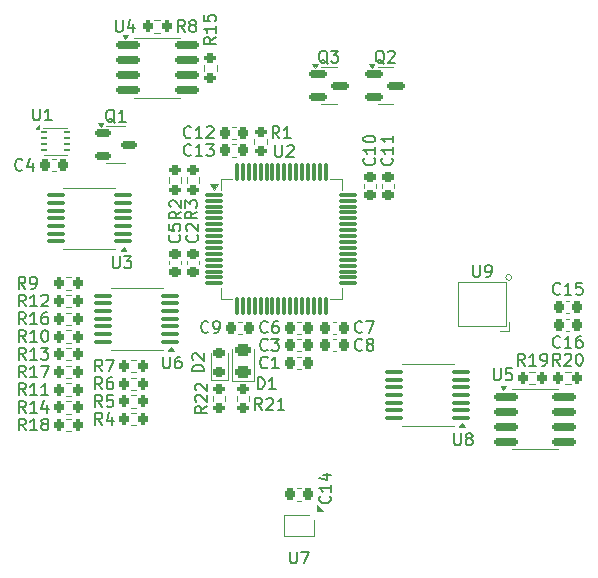
<source format=gto>
G04 #@! TF.GenerationSoftware,KiCad,Pcbnew,8.0.4*
G04 #@! TF.CreationDate,2024-08-17T22:40:57+02:00*
G04 #@! TF.ProjectId,Probe,50726f62-652e-46b6-9963-61645f706362,v1*
G04 #@! TF.SameCoordinates,Original*
G04 #@! TF.FileFunction,Legend,Top*
G04 #@! TF.FilePolarity,Positive*
%FSLAX46Y46*%
G04 Gerber Fmt 4.6, Leading zero omitted, Abs format (unit mm)*
G04 Created by KiCad (PCBNEW 8.0.4) date 2024-08-17 22:40:57*
%MOMM*%
%LPD*%
G01*
G04 APERTURE LIST*
G04 Aperture macros list*
%AMRoundRect*
0 Rectangle with rounded corners*
0 $1 Rounding radius*
0 $2 $3 $4 $5 $6 $7 $8 $9 X,Y pos of 4 corners*
0 Add a 4 corners polygon primitive as box body*
4,1,4,$2,$3,$4,$5,$6,$7,$8,$9,$2,$3,0*
0 Add four circle primitives for the rounded corners*
1,1,$1+$1,$2,$3*
1,1,$1+$1,$4,$5*
1,1,$1+$1,$6,$7*
1,1,$1+$1,$8,$9*
0 Add four rect primitives between the rounded corners*
20,1,$1+$1,$2,$3,$4,$5,0*
20,1,$1+$1,$4,$5,$6,$7,0*
20,1,$1+$1,$6,$7,$8,$9,0*
20,1,$1+$1,$8,$9,$2,$3,0*%
G04 Aperture macros list end*
%ADD10C,0.150000*%
%ADD11C,0.120000*%
%ADD12C,0.100000*%
%ADD13C,0.050000*%
%ADD14RoundRect,0.225000X-0.225000X-0.250000X0.225000X-0.250000X0.225000X0.250000X-0.225000X0.250000X0*%
%ADD15RoundRect,0.075000X-0.700000X-0.075000X0.700000X-0.075000X0.700000X0.075000X-0.700000X0.075000X0*%
%ADD16RoundRect,0.075000X-0.075000X-0.700000X0.075000X-0.700000X0.075000X0.700000X-0.075000X0.700000X0*%
%ADD17RoundRect,0.200000X0.200000X0.275000X-0.200000X0.275000X-0.200000X-0.275000X0.200000X-0.275000X0*%
%ADD18RoundRect,0.200000X-0.200000X-0.275000X0.200000X-0.275000X0.200000X0.275000X-0.200000X0.275000X0*%
%ADD19RoundRect,0.200000X-0.275000X0.200000X-0.275000X-0.200000X0.275000X-0.200000X0.275000X0.200000X0*%
%ADD20RoundRect,0.225000X-0.250000X0.225000X-0.250000X-0.225000X0.250000X-0.225000X0.250000X0.225000X0*%
%ADD21RoundRect,0.062500X-0.187500X-0.062500X0.187500X-0.062500X0.187500X0.062500X-0.187500X0.062500X0*%
%ADD22R,0.900000X1.600000*%
%ADD23RoundRect,0.150000X-0.825000X-0.150000X0.825000X-0.150000X0.825000X0.150000X-0.825000X0.150000X0*%
%ADD24RoundRect,0.225000X0.225000X0.250000X-0.225000X0.250000X-0.225000X-0.250000X0.225000X-0.250000X0*%
%ADD25RoundRect,0.100000X0.637500X0.100000X-0.637500X0.100000X-0.637500X-0.100000X0.637500X-0.100000X0*%
%ADD26R,0.400000X1.200000*%
%ADD27R,0.400000X0.800000*%
%ADD28RoundRect,0.150000X-0.587500X-0.150000X0.587500X-0.150000X0.587500X0.150000X-0.587500X0.150000X0*%
%ADD29RoundRect,0.200000X0.275000X-0.200000X0.275000X0.200000X-0.275000X0.200000X-0.275000X-0.200000X0*%
%ADD30RoundRect,0.218750X0.256250X-0.218750X0.256250X0.218750X-0.256250X0.218750X-0.256250X-0.218750X0*%
%ADD31C,0.200000*%
%ADD32RoundRect,0.243750X0.456250X-0.243750X0.456250X0.243750X-0.456250X0.243750X-0.456250X-0.243750X0*%
%ADD33RoundRect,0.150000X-0.512500X-0.150000X0.512500X-0.150000X0.512500X0.150000X-0.512500X0.150000X0*%
%ADD34R,2.000000X2.000000*%
%ADD35R,1.700000X1.700000*%
%ADD36C,0.990600*%
%ADD37O,1.700000X1.700000*%
G04 APERTURE END LIST*
D10*
X115607142Y-61859580D02*
X115559523Y-61907200D01*
X115559523Y-61907200D02*
X115416666Y-61954819D01*
X115416666Y-61954819D02*
X115321428Y-61954819D01*
X115321428Y-61954819D02*
X115178571Y-61907200D01*
X115178571Y-61907200D02*
X115083333Y-61811961D01*
X115083333Y-61811961D02*
X115035714Y-61716723D01*
X115035714Y-61716723D02*
X114988095Y-61526247D01*
X114988095Y-61526247D02*
X114988095Y-61383390D01*
X114988095Y-61383390D02*
X115035714Y-61192914D01*
X115035714Y-61192914D02*
X115083333Y-61097676D01*
X115083333Y-61097676D02*
X115178571Y-61002438D01*
X115178571Y-61002438D02*
X115321428Y-60954819D01*
X115321428Y-60954819D02*
X115416666Y-60954819D01*
X115416666Y-60954819D02*
X115559523Y-61002438D01*
X115559523Y-61002438D02*
X115607142Y-61050057D01*
X116559523Y-61954819D02*
X115988095Y-61954819D01*
X116273809Y-61954819D02*
X116273809Y-60954819D01*
X116273809Y-60954819D02*
X116178571Y-61097676D01*
X116178571Y-61097676D02*
X116083333Y-61192914D01*
X116083333Y-61192914D02*
X115988095Y-61240533D01*
X116940476Y-61050057D02*
X116988095Y-61002438D01*
X116988095Y-61002438D02*
X117083333Y-60954819D01*
X117083333Y-60954819D02*
X117321428Y-60954819D01*
X117321428Y-60954819D02*
X117416666Y-61002438D01*
X117416666Y-61002438D02*
X117464285Y-61050057D01*
X117464285Y-61050057D02*
X117511904Y-61145295D01*
X117511904Y-61145295D02*
X117511904Y-61240533D01*
X117511904Y-61240533D02*
X117464285Y-61383390D01*
X117464285Y-61383390D02*
X116892857Y-61954819D01*
X116892857Y-61954819D02*
X117511904Y-61954819D01*
X122738095Y-62554819D02*
X122738095Y-63364342D01*
X122738095Y-63364342D02*
X122785714Y-63459580D01*
X122785714Y-63459580D02*
X122833333Y-63507200D01*
X122833333Y-63507200D02*
X122928571Y-63554819D01*
X122928571Y-63554819D02*
X123119047Y-63554819D01*
X123119047Y-63554819D02*
X123214285Y-63507200D01*
X123214285Y-63507200D02*
X123261904Y-63459580D01*
X123261904Y-63459580D02*
X123309523Y-63364342D01*
X123309523Y-63364342D02*
X123309523Y-62554819D01*
X123738095Y-62650057D02*
X123785714Y-62602438D01*
X123785714Y-62602438D02*
X123880952Y-62554819D01*
X123880952Y-62554819D02*
X124119047Y-62554819D01*
X124119047Y-62554819D02*
X124214285Y-62602438D01*
X124214285Y-62602438D02*
X124261904Y-62650057D01*
X124261904Y-62650057D02*
X124309523Y-62745295D01*
X124309523Y-62745295D02*
X124309523Y-62840533D01*
X124309523Y-62840533D02*
X124261904Y-62983390D01*
X124261904Y-62983390D02*
X123690476Y-63554819D01*
X123690476Y-63554819D02*
X124309523Y-63554819D01*
X108083333Y-81704819D02*
X107750000Y-81228628D01*
X107511905Y-81704819D02*
X107511905Y-80704819D01*
X107511905Y-80704819D02*
X107892857Y-80704819D01*
X107892857Y-80704819D02*
X107988095Y-80752438D01*
X107988095Y-80752438D02*
X108035714Y-80800057D01*
X108035714Y-80800057D02*
X108083333Y-80895295D01*
X108083333Y-80895295D02*
X108083333Y-81038152D01*
X108083333Y-81038152D02*
X108035714Y-81133390D01*
X108035714Y-81133390D02*
X107988095Y-81181009D01*
X107988095Y-81181009D02*
X107892857Y-81228628D01*
X107892857Y-81228628D02*
X107511905Y-81228628D01*
X108416667Y-80704819D02*
X109083333Y-80704819D01*
X109083333Y-80704819D02*
X108654762Y-81704819D01*
X115083333Y-52954819D02*
X114750000Y-52478628D01*
X114511905Y-52954819D02*
X114511905Y-51954819D01*
X114511905Y-51954819D02*
X114892857Y-51954819D01*
X114892857Y-51954819D02*
X114988095Y-52002438D01*
X114988095Y-52002438D02*
X115035714Y-52050057D01*
X115035714Y-52050057D02*
X115083333Y-52145295D01*
X115083333Y-52145295D02*
X115083333Y-52288152D01*
X115083333Y-52288152D02*
X115035714Y-52383390D01*
X115035714Y-52383390D02*
X114988095Y-52431009D01*
X114988095Y-52431009D02*
X114892857Y-52478628D01*
X114892857Y-52478628D02*
X114511905Y-52478628D01*
X115654762Y-52383390D02*
X115559524Y-52335771D01*
X115559524Y-52335771D02*
X115511905Y-52288152D01*
X115511905Y-52288152D02*
X115464286Y-52192914D01*
X115464286Y-52192914D02*
X115464286Y-52145295D01*
X115464286Y-52145295D02*
X115511905Y-52050057D01*
X115511905Y-52050057D02*
X115559524Y-52002438D01*
X115559524Y-52002438D02*
X115654762Y-51954819D01*
X115654762Y-51954819D02*
X115845238Y-51954819D01*
X115845238Y-51954819D02*
X115940476Y-52002438D01*
X115940476Y-52002438D02*
X115988095Y-52050057D01*
X115988095Y-52050057D02*
X116035714Y-52145295D01*
X116035714Y-52145295D02*
X116035714Y-52192914D01*
X116035714Y-52192914D02*
X115988095Y-52288152D01*
X115988095Y-52288152D02*
X115940476Y-52335771D01*
X115940476Y-52335771D02*
X115845238Y-52383390D01*
X115845238Y-52383390D02*
X115654762Y-52383390D01*
X115654762Y-52383390D02*
X115559524Y-52431009D01*
X115559524Y-52431009D02*
X115511905Y-52478628D01*
X115511905Y-52478628D02*
X115464286Y-52573866D01*
X115464286Y-52573866D02*
X115464286Y-52764342D01*
X115464286Y-52764342D02*
X115511905Y-52859580D01*
X115511905Y-52859580D02*
X115559524Y-52907200D01*
X115559524Y-52907200D02*
X115654762Y-52954819D01*
X115654762Y-52954819D02*
X115845238Y-52954819D01*
X115845238Y-52954819D02*
X115940476Y-52907200D01*
X115940476Y-52907200D02*
X115988095Y-52859580D01*
X115988095Y-52859580D02*
X116035714Y-52764342D01*
X116035714Y-52764342D02*
X116035714Y-52573866D01*
X116035714Y-52573866D02*
X115988095Y-52478628D01*
X115988095Y-52478628D02*
X115940476Y-52431009D01*
X115940476Y-52431009D02*
X115845238Y-52383390D01*
X121607142Y-84954819D02*
X121273809Y-84478628D01*
X121035714Y-84954819D02*
X121035714Y-83954819D01*
X121035714Y-83954819D02*
X121416666Y-83954819D01*
X121416666Y-83954819D02*
X121511904Y-84002438D01*
X121511904Y-84002438D02*
X121559523Y-84050057D01*
X121559523Y-84050057D02*
X121607142Y-84145295D01*
X121607142Y-84145295D02*
X121607142Y-84288152D01*
X121607142Y-84288152D02*
X121559523Y-84383390D01*
X121559523Y-84383390D02*
X121511904Y-84431009D01*
X121511904Y-84431009D02*
X121416666Y-84478628D01*
X121416666Y-84478628D02*
X121035714Y-84478628D01*
X121988095Y-84050057D02*
X122035714Y-84002438D01*
X122035714Y-84002438D02*
X122130952Y-83954819D01*
X122130952Y-83954819D02*
X122369047Y-83954819D01*
X122369047Y-83954819D02*
X122464285Y-84002438D01*
X122464285Y-84002438D02*
X122511904Y-84050057D01*
X122511904Y-84050057D02*
X122559523Y-84145295D01*
X122559523Y-84145295D02*
X122559523Y-84240533D01*
X122559523Y-84240533D02*
X122511904Y-84383390D01*
X122511904Y-84383390D02*
X121940476Y-84954819D01*
X121940476Y-84954819D02*
X122559523Y-84954819D01*
X123511904Y-84954819D02*
X122940476Y-84954819D01*
X123226190Y-84954819D02*
X123226190Y-83954819D01*
X123226190Y-83954819D02*
X123130952Y-84097676D01*
X123130952Y-84097676D02*
X123035714Y-84192914D01*
X123035714Y-84192914D02*
X122940476Y-84240533D01*
X132609580Y-63642857D02*
X132657200Y-63690476D01*
X132657200Y-63690476D02*
X132704819Y-63833333D01*
X132704819Y-63833333D02*
X132704819Y-63928571D01*
X132704819Y-63928571D02*
X132657200Y-64071428D01*
X132657200Y-64071428D02*
X132561961Y-64166666D01*
X132561961Y-64166666D02*
X132466723Y-64214285D01*
X132466723Y-64214285D02*
X132276247Y-64261904D01*
X132276247Y-64261904D02*
X132133390Y-64261904D01*
X132133390Y-64261904D02*
X131942914Y-64214285D01*
X131942914Y-64214285D02*
X131847676Y-64166666D01*
X131847676Y-64166666D02*
X131752438Y-64071428D01*
X131752438Y-64071428D02*
X131704819Y-63928571D01*
X131704819Y-63928571D02*
X131704819Y-63833333D01*
X131704819Y-63833333D02*
X131752438Y-63690476D01*
X131752438Y-63690476D02*
X131800057Y-63642857D01*
X132704819Y-62690476D02*
X132704819Y-63261904D01*
X132704819Y-62976190D02*
X131704819Y-62976190D01*
X131704819Y-62976190D02*
X131847676Y-63071428D01*
X131847676Y-63071428D02*
X131942914Y-63166666D01*
X131942914Y-63166666D02*
X131990533Y-63261904D01*
X132704819Y-61738095D02*
X132704819Y-62309523D01*
X132704819Y-62023809D02*
X131704819Y-62023809D01*
X131704819Y-62023809D02*
X131847676Y-62119047D01*
X131847676Y-62119047D02*
X131942914Y-62214285D01*
X131942914Y-62214285D02*
X131990533Y-62309523D01*
X146857142Y-81204819D02*
X146523809Y-80728628D01*
X146285714Y-81204819D02*
X146285714Y-80204819D01*
X146285714Y-80204819D02*
X146666666Y-80204819D01*
X146666666Y-80204819D02*
X146761904Y-80252438D01*
X146761904Y-80252438D02*
X146809523Y-80300057D01*
X146809523Y-80300057D02*
X146857142Y-80395295D01*
X146857142Y-80395295D02*
X146857142Y-80538152D01*
X146857142Y-80538152D02*
X146809523Y-80633390D01*
X146809523Y-80633390D02*
X146761904Y-80681009D01*
X146761904Y-80681009D02*
X146666666Y-80728628D01*
X146666666Y-80728628D02*
X146285714Y-80728628D01*
X147238095Y-80300057D02*
X147285714Y-80252438D01*
X147285714Y-80252438D02*
X147380952Y-80204819D01*
X147380952Y-80204819D02*
X147619047Y-80204819D01*
X147619047Y-80204819D02*
X147714285Y-80252438D01*
X147714285Y-80252438D02*
X147761904Y-80300057D01*
X147761904Y-80300057D02*
X147809523Y-80395295D01*
X147809523Y-80395295D02*
X147809523Y-80490533D01*
X147809523Y-80490533D02*
X147761904Y-80633390D01*
X147761904Y-80633390D02*
X147190476Y-81204819D01*
X147190476Y-81204819D02*
X147809523Y-81204819D01*
X148428571Y-80204819D02*
X148523809Y-80204819D01*
X148523809Y-80204819D02*
X148619047Y-80252438D01*
X148619047Y-80252438D02*
X148666666Y-80300057D01*
X148666666Y-80300057D02*
X148714285Y-80395295D01*
X148714285Y-80395295D02*
X148761904Y-80585771D01*
X148761904Y-80585771D02*
X148761904Y-80823866D01*
X148761904Y-80823866D02*
X148714285Y-81014342D01*
X148714285Y-81014342D02*
X148666666Y-81109580D01*
X148666666Y-81109580D02*
X148619047Y-81157200D01*
X148619047Y-81157200D02*
X148523809Y-81204819D01*
X148523809Y-81204819D02*
X148428571Y-81204819D01*
X148428571Y-81204819D02*
X148333333Y-81157200D01*
X148333333Y-81157200D02*
X148285714Y-81109580D01*
X148285714Y-81109580D02*
X148238095Y-81014342D01*
X148238095Y-81014342D02*
X148190476Y-80823866D01*
X148190476Y-80823866D02*
X148190476Y-80585771D01*
X148190476Y-80585771D02*
X148238095Y-80395295D01*
X148238095Y-80395295D02*
X148285714Y-80300057D01*
X148285714Y-80300057D02*
X148333333Y-80252438D01*
X148333333Y-80252438D02*
X148428571Y-80204819D01*
X114779819Y-68166666D02*
X114303628Y-68499999D01*
X114779819Y-68738094D02*
X113779819Y-68738094D01*
X113779819Y-68738094D02*
X113779819Y-68357142D01*
X113779819Y-68357142D02*
X113827438Y-68261904D01*
X113827438Y-68261904D02*
X113875057Y-68214285D01*
X113875057Y-68214285D02*
X113970295Y-68166666D01*
X113970295Y-68166666D02*
X114113152Y-68166666D01*
X114113152Y-68166666D02*
X114208390Y-68214285D01*
X114208390Y-68214285D02*
X114256009Y-68261904D01*
X114256009Y-68261904D02*
X114303628Y-68357142D01*
X114303628Y-68357142D02*
X114303628Y-68738094D01*
X113875057Y-67785713D02*
X113827438Y-67738094D01*
X113827438Y-67738094D02*
X113779819Y-67642856D01*
X113779819Y-67642856D02*
X113779819Y-67404761D01*
X113779819Y-67404761D02*
X113827438Y-67309523D01*
X113827438Y-67309523D02*
X113875057Y-67261904D01*
X113875057Y-67261904D02*
X113970295Y-67214285D01*
X113970295Y-67214285D02*
X114065533Y-67214285D01*
X114065533Y-67214285D02*
X114208390Y-67261904D01*
X114208390Y-67261904D02*
X114779819Y-67833332D01*
X114779819Y-67833332D02*
X114779819Y-67214285D01*
X122083333Y-78359580D02*
X122035714Y-78407200D01*
X122035714Y-78407200D02*
X121892857Y-78454819D01*
X121892857Y-78454819D02*
X121797619Y-78454819D01*
X121797619Y-78454819D02*
X121654762Y-78407200D01*
X121654762Y-78407200D02*
X121559524Y-78311961D01*
X121559524Y-78311961D02*
X121511905Y-78216723D01*
X121511905Y-78216723D02*
X121464286Y-78026247D01*
X121464286Y-78026247D02*
X121464286Y-77883390D01*
X121464286Y-77883390D02*
X121511905Y-77692914D01*
X121511905Y-77692914D02*
X121559524Y-77597676D01*
X121559524Y-77597676D02*
X121654762Y-77502438D01*
X121654762Y-77502438D02*
X121797619Y-77454819D01*
X121797619Y-77454819D02*
X121892857Y-77454819D01*
X121892857Y-77454819D02*
X122035714Y-77502438D01*
X122035714Y-77502438D02*
X122083333Y-77550057D01*
X122940476Y-77454819D02*
X122750000Y-77454819D01*
X122750000Y-77454819D02*
X122654762Y-77502438D01*
X122654762Y-77502438D02*
X122607143Y-77550057D01*
X122607143Y-77550057D02*
X122511905Y-77692914D01*
X122511905Y-77692914D02*
X122464286Y-77883390D01*
X122464286Y-77883390D02*
X122464286Y-78264342D01*
X122464286Y-78264342D02*
X122511905Y-78359580D01*
X122511905Y-78359580D02*
X122559524Y-78407200D01*
X122559524Y-78407200D02*
X122654762Y-78454819D01*
X122654762Y-78454819D02*
X122845238Y-78454819D01*
X122845238Y-78454819D02*
X122940476Y-78407200D01*
X122940476Y-78407200D02*
X122988095Y-78359580D01*
X122988095Y-78359580D02*
X123035714Y-78264342D01*
X123035714Y-78264342D02*
X123035714Y-78026247D01*
X123035714Y-78026247D02*
X122988095Y-77931009D01*
X122988095Y-77931009D02*
X122940476Y-77883390D01*
X122940476Y-77883390D02*
X122845238Y-77835771D01*
X122845238Y-77835771D02*
X122654762Y-77835771D01*
X122654762Y-77835771D02*
X122559524Y-77883390D01*
X122559524Y-77883390D02*
X122511905Y-77931009D01*
X122511905Y-77931009D02*
X122464286Y-78026247D01*
X116109580Y-70166666D02*
X116157200Y-70214285D01*
X116157200Y-70214285D02*
X116204819Y-70357142D01*
X116204819Y-70357142D02*
X116204819Y-70452380D01*
X116204819Y-70452380D02*
X116157200Y-70595237D01*
X116157200Y-70595237D02*
X116061961Y-70690475D01*
X116061961Y-70690475D02*
X115966723Y-70738094D01*
X115966723Y-70738094D02*
X115776247Y-70785713D01*
X115776247Y-70785713D02*
X115633390Y-70785713D01*
X115633390Y-70785713D02*
X115442914Y-70738094D01*
X115442914Y-70738094D02*
X115347676Y-70690475D01*
X115347676Y-70690475D02*
X115252438Y-70595237D01*
X115252438Y-70595237D02*
X115204819Y-70452380D01*
X115204819Y-70452380D02*
X115204819Y-70357142D01*
X115204819Y-70357142D02*
X115252438Y-70214285D01*
X115252438Y-70214285D02*
X115300057Y-70166666D01*
X115300057Y-69785713D02*
X115252438Y-69738094D01*
X115252438Y-69738094D02*
X115204819Y-69642856D01*
X115204819Y-69642856D02*
X115204819Y-69404761D01*
X115204819Y-69404761D02*
X115252438Y-69309523D01*
X115252438Y-69309523D02*
X115300057Y-69261904D01*
X115300057Y-69261904D02*
X115395295Y-69214285D01*
X115395295Y-69214285D02*
X115490533Y-69214285D01*
X115490533Y-69214285D02*
X115633390Y-69261904D01*
X115633390Y-69261904D02*
X116204819Y-69833332D01*
X116204819Y-69833332D02*
X116204819Y-69214285D01*
X102238095Y-59454819D02*
X102238095Y-60264342D01*
X102238095Y-60264342D02*
X102285714Y-60359580D01*
X102285714Y-60359580D02*
X102333333Y-60407200D01*
X102333333Y-60407200D02*
X102428571Y-60454819D01*
X102428571Y-60454819D02*
X102619047Y-60454819D01*
X102619047Y-60454819D02*
X102714285Y-60407200D01*
X102714285Y-60407200D02*
X102761904Y-60359580D01*
X102761904Y-60359580D02*
X102809523Y-60264342D01*
X102809523Y-60264342D02*
X102809523Y-59454819D01*
X103809523Y-60454819D02*
X103238095Y-60454819D01*
X103523809Y-60454819D02*
X103523809Y-59454819D01*
X103523809Y-59454819D02*
X103428571Y-59597676D01*
X103428571Y-59597676D02*
X103333333Y-59692914D01*
X103333333Y-59692914D02*
X103238095Y-59740533D01*
X101583333Y-74704819D02*
X101250000Y-74228628D01*
X101011905Y-74704819D02*
X101011905Y-73704819D01*
X101011905Y-73704819D02*
X101392857Y-73704819D01*
X101392857Y-73704819D02*
X101488095Y-73752438D01*
X101488095Y-73752438D02*
X101535714Y-73800057D01*
X101535714Y-73800057D02*
X101583333Y-73895295D01*
X101583333Y-73895295D02*
X101583333Y-74038152D01*
X101583333Y-74038152D02*
X101535714Y-74133390D01*
X101535714Y-74133390D02*
X101488095Y-74181009D01*
X101488095Y-74181009D02*
X101392857Y-74228628D01*
X101392857Y-74228628D02*
X101011905Y-74228628D01*
X102059524Y-74704819D02*
X102250000Y-74704819D01*
X102250000Y-74704819D02*
X102345238Y-74657200D01*
X102345238Y-74657200D02*
X102392857Y-74609580D01*
X102392857Y-74609580D02*
X102488095Y-74466723D01*
X102488095Y-74466723D02*
X102535714Y-74276247D01*
X102535714Y-74276247D02*
X102535714Y-73895295D01*
X102535714Y-73895295D02*
X102488095Y-73800057D01*
X102488095Y-73800057D02*
X102440476Y-73752438D01*
X102440476Y-73752438D02*
X102345238Y-73704819D01*
X102345238Y-73704819D02*
X102154762Y-73704819D01*
X102154762Y-73704819D02*
X102059524Y-73752438D01*
X102059524Y-73752438D02*
X102011905Y-73800057D01*
X102011905Y-73800057D02*
X101964286Y-73895295D01*
X101964286Y-73895295D02*
X101964286Y-74133390D01*
X101964286Y-74133390D02*
X102011905Y-74228628D01*
X102011905Y-74228628D02*
X102059524Y-74276247D01*
X102059524Y-74276247D02*
X102154762Y-74323866D01*
X102154762Y-74323866D02*
X102345238Y-74323866D01*
X102345238Y-74323866D02*
X102440476Y-74276247D01*
X102440476Y-74276247D02*
X102488095Y-74228628D01*
X102488095Y-74228628D02*
X102535714Y-74133390D01*
X141238095Y-81454819D02*
X141238095Y-82264342D01*
X141238095Y-82264342D02*
X141285714Y-82359580D01*
X141285714Y-82359580D02*
X141333333Y-82407200D01*
X141333333Y-82407200D02*
X141428571Y-82454819D01*
X141428571Y-82454819D02*
X141619047Y-82454819D01*
X141619047Y-82454819D02*
X141714285Y-82407200D01*
X141714285Y-82407200D02*
X141761904Y-82359580D01*
X141761904Y-82359580D02*
X141809523Y-82264342D01*
X141809523Y-82264342D02*
X141809523Y-81454819D01*
X142761904Y-81454819D02*
X142285714Y-81454819D01*
X142285714Y-81454819D02*
X142238095Y-81931009D01*
X142238095Y-81931009D02*
X142285714Y-81883390D01*
X142285714Y-81883390D02*
X142380952Y-81835771D01*
X142380952Y-81835771D02*
X142619047Y-81835771D01*
X142619047Y-81835771D02*
X142714285Y-81883390D01*
X142714285Y-81883390D02*
X142761904Y-81931009D01*
X142761904Y-81931009D02*
X142809523Y-82026247D01*
X142809523Y-82026247D02*
X142809523Y-82264342D01*
X142809523Y-82264342D02*
X142761904Y-82359580D01*
X142761904Y-82359580D02*
X142714285Y-82407200D01*
X142714285Y-82407200D02*
X142619047Y-82454819D01*
X142619047Y-82454819D02*
X142380952Y-82454819D01*
X142380952Y-82454819D02*
X142285714Y-82407200D01*
X142285714Y-82407200D02*
X142238095Y-82359580D01*
X115607142Y-63359580D02*
X115559523Y-63407200D01*
X115559523Y-63407200D02*
X115416666Y-63454819D01*
X115416666Y-63454819D02*
X115321428Y-63454819D01*
X115321428Y-63454819D02*
X115178571Y-63407200D01*
X115178571Y-63407200D02*
X115083333Y-63311961D01*
X115083333Y-63311961D02*
X115035714Y-63216723D01*
X115035714Y-63216723D02*
X114988095Y-63026247D01*
X114988095Y-63026247D02*
X114988095Y-62883390D01*
X114988095Y-62883390D02*
X115035714Y-62692914D01*
X115035714Y-62692914D02*
X115083333Y-62597676D01*
X115083333Y-62597676D02*
X115178571Y-62502438D01*
X115178571Y-62502438D02*
X115321428Y-62454819D01*
X115321428Y-62454819D02*
X115416666Y-62454819D01*
X115416666Y-62454819D02*
X115559523Y-62502438D01*
X115559523Y-62502438D02*
X115607142Y-62550057D01*
X116559523Y-63454819D02*
X115988095Y-63454819D01*
X116273809Y-63454819D02*
X116273809Y-62454819D01*
X116273809Y-62454819D02*
X116178571Y-62597676D01*
X116178571Y-62597676D02*
X116083333Y-62692914D01*
X116083333Y-62692914D02*
X115988095Y-62740533D01*
X116892857Y-62454819D02*
X117511904Y-62454819D01*
X117511904Y-62454819D02*
X117178571Y-62835771D01*
X117178571Y-62835771D02*
X117321428Y-62835771D01*
X117321428Y-62835771D02*
X117416666Y-62883390D01*
X117416666Y-62883390D02*
X117464285Y-62931009D01*
X117464285Y-62931009D02*
X117511904Y-63026247D01*
X117511904Y-63026247D02*
X117511904Y-63264342D01*
X117511904Y-63264342D02*
X117464285Y-63359580D01*
X117464285Y-63359580D02*
X117416666Y-63407200D01*
X117416666Y-63407200D02*
X117321428Y-63454819D01*
X117321428Y-63454819D02*
X117035714Y-63454819D01*
X117035714Y-63454819D02*
X116940476Y-63407200D01*
X116940476Y-63407200D02*
X116892857Y-63359580D01*
X146857142Y-79609580D02*
X146809523Y-79657200D01*
X146809523Y-79657200D02*
X146666666Y-79704819D01*
X146666666Y-79704819D02*
X146571428Y-79704819D01*
X146571428Y-79704819D02*
X146428571Y-79657200D01*
X146428571Y-79657200D02*
X146333333Y-79561961D01*
X146333333Y-79561961D02*
X146285714Y-79466723D01*
X146285714Y-79466723D02*
X146238095Y-79276247D01*
X146238095Y-79276247D02*
X146238095Y-79133390D01*
X146238095Y-79133390D02*
X146285714Y-78942914D01*
X146285714Y-78942914D02*
X146333333Y-78847676D01*
X146333333Y-78847676D02*
X146428571Y-78752438D01*
X146428571Y-78752438D02*
X146571428Y-78704819D01*
X146571428Y-78704819D02*
X146666666Y-78704819D01*
X146666666Y-78704819D02*
X146809523Y-78752438D01*
X146809523Y-78752438D02*
X146857142Y-78800057D01*
X147809523Y-79704819D02*
X147238095Y-79704819D01*
X147523809Y-79704819D02*
X147523809Y-78704819D01*
X147523809Y-78704819D02*
X147428571Y-78847676D01*
X147428571Y-78847676D02*
X147333333Y-78942914D01*
X147333333Y-78942914D02*
X147238095Y-78990533D01*
X148666666Y-78704819D02*
X148476190Y-78704819D01*
X148476190Y-78704819D02*
X148380952Y-78752438D01*
X148380952Y-78752438D02*
X148333333Y-78800057D01*
X148333333Y-78800057D02*
X148238095Y-78942914D01*
X148238095Y-78942914D02*
X148190476Y-79133390D01*
X148190476Y-79133390D02*
X148190476Y-79514342D01*
X148190476Y-79514342D02*
X148238095Y-79609580D01*
X148238095Y-79609580D02*
X148285714Y-79657200D01*
X148285714Y-79657200D02*
X148380952Y-79704819D01*
X148380952Y-79704819D02*
X148571428Y-79704819D01*
X148571428Y-79704819D02*
X148666666Y-79657200D01*
X148666666Y-79657200D02*
X148714285Y-79609580D01*
X148714285Y-79609580D02*
X148761904Y-79514342D01*
X148761904Y-79514342D02*
X148761904Y-79276247D01*
X148761904Y-79276247D02*
X148714285Y-79181009D01*
X148714285Y-79181009D02*
X148666666Y-79133390D01*
X148666666Y-79133390D02*
X148571428Y-79085771D01*
X148571428Y-79085771D02*
X148380952Y-79085771D01*
X148380952Y-79085771D02*
X148285714Y-79133390D01*
X148285714Y-79133390D02*
X148238095Y-79181009D01*
X148238095Y-79181009D02*
X148190476Y-79276247D01*
X108083333Y-86204819D02*
X107750000Y-85728628D01*
X107511905Y-86204819D02*
X107511905Y-85204819D01*
X107511905Y-85204819D02*
X107892857Y-85204819D01*
X107892857Y-85204819D02*
X107988095Y-85252438D01*
X107988095Y-85252438D02*
X108035714Y-85300057D01*
X108035714Y-85300057D02*
X108083333Y-85395295D01*
X108083333Y-85395295D02*
X108083333Y-85538152D01*
X108083333Y-85538152D02*
X108035714Y-85633390D01*
X108035714Y-85633390D02*
X107988095Y-85681009D01*
X107988095Y-85681009D02*
X107892857Y-85728628D01*
X107892857Y-85728628D02*
X107511905Y-85728628D01*
X108940476Y-85538152D02*
X108940476Y-86204819D01*
X108702381Y-85157200D02*
X108464286Y-85871485D01*
X108464286Y-85871485D02*
X109083333Y-85871485D01*
X108083333Y-84704819D02*
X107750000Y-84228628D01*
X107511905Y-84704819D02*
X107511905Y-83704819D01*
X107511905Y-83704819D02*
X107892857Y-83704819D01*
X107892857Y-83704819D02*
X107988095Y-83752438D01*
X107988095Y-83752438D02*
X108035714Y-83800057D01*
X108035714Y-83800057D02*
X108083333Y-83895295D01*
X108083333Y-83895295D02*
X108083333Y-84038152D01*
X108083333Y-84038152D02*
X108035714Y-84133390D01*
X108035714Y-84133390D02*
X107988095Y-84181009D01*
X107988095Y-84181009D02*
X107892857Y-84228628D01*
X107892857Y-84228628D02*
X107511905Y-84228628D01*
X108988095Y-83704819D02*
X108511905Y-83704819D01*
X108511905Y-83704819D02*
X108464286Y-84181009D01*
X108464286Y-84181009D02*
X108511905Y-84133390D01*
X108511905Y-84133390D02*
X108607143Y-84085771D01*
X108607143Y-84085771D02*
X108845238Y-84085771D01*
X108845238Y-84085771D02*
X108940476Y-84133390D01*
X108940476Y-84133390D02*
X108988095Y-84181009D01*
X108988095Y-84181009D02*
X109035714Y-84276247D01*
X109035714Y-84276247D02*
X109035714Y-84514342D01*
X109035714Y-84514342D02*
X108988095Y-84609580D01*
X108988095Y-84609580D02*
X108940476Y-84657200D01*
X108940476Y-84657200D02*
X108845238Y-84704819D01*
X108845238Y-84704819D02*
X108607143Y-84704819D01*
X108607143Y-84704819D02*
X108511905Y-84657200D01*
X108511905Y-84657200D02*
X108464286Y-84609580D01*
X113238095Y-80454819D02*
X113238095Y-81264342D01*
X113238095Y-81264342D02*
X113285714Y-81359580D01*
X113285714Y-81359580D02*
X113333333Y-81407200D01*
X113333333Y-81407200D02*
X113428571Y-81454819D01*
X113428571Y-81454819D02*
X113619047Y-81454819D01*
X113619047Y-81454819D02*
X113714285Y-81407200D01*
X113714285Y-81407200D02*
X113761904Y-81359580D01*
X113761904Y-81359580D02*
X113809523Y-81264342D01*
X113809523Y-81264342D02*
X113809523Y-80454819D01*
X114714285Y-80454819D02*
X114523809Y-80454819D01*
X114523809Y-80454819D02*
X114428571Y-80502438D01*
X114428571Y-80502438D02*
X114380952Y-80550057D01*
X114380952Y-80550057D02*
X114285714Y-80692914D01*
X114285714Y-80692914D02*
X114238095Y-80883390D01*
X114238095Y-80883390D02*
X114238095Y-81264342D01*
X114238095Y-81264342D02*
X114285714Y-81359580D01*
X114285714Y-81359580D02*
X114333333Y-81407200D01*
X114333333Y-81407200D02*
X114428571Y-81454819D01*
X114428571Y-81454819D02*
X114619047Y-81454819D01*
X114619047Y-81454819D02*
X114714285Y-81407200D01*
X114714285Y-81407200D02*
X114761904Y-81359580D01*
X114761904Y-81359580D02*
X114809523Y-81264342D01*
X114809523Y-81264342D02*
X114809523Y-81026247D01*
X114809523Y-81026247D02*
X114761904Y-80931009D01*
X114761904Y-80931009D02*
X114714285Y-80883390D01*
X114714285Y-80883390D02*
X114619047Y-80835771D01*
X114619047Y-80835771D02*
X114428571Y-80835771D01*
X114428571Y-80835771D02*
X114333333Y-80883390D01*
X114333333Y-80883390D02*
X114285714Y-80931009D01*
X114285714Y-80931009D02*
X114238095Y-81026247D01*
X139488095Y-72704819D02*
X139488095Y-73514342D01*
X139488095Y-73514342D02*
X139535714Y-73609580D01*
X139535714Y-73609580D02*
X139583333Y-73657200D01*
X139583333Y-73657200D02*
X139678571Y-73704819D01*
X139678571Y-73704819D02*
X139869047Y-73704819D01*
X139869047Y-73704819D02*
X139964285Y-73657200D01*
X139964285Y-73657200D02*
X140011904Y-73609580D01*
X140011904Y-73609580D02*
X140059523Y-73514342D01*
X140059523Y-73514342D02*
X140059523Y-72704819D01*
X140583333Y-73704819D02*
X140773809Y-73704819D01*
X140773809Y-73704819D02*
X140869047Y-73657200D01*
X140869047Y-73657200D02*
X140916666Y-73609580D01*
X140916666Y-73609580D02*
X141011904Y-73466723D01*
X141011904Y-73466723D02*
X141059523Y-73276247D01*
X141059523Y-73276247D02*
X141059523Y-72895295D01*
X141059523Y-72895295D02*
X141011904Y-72800057D01*
X141011904Y-72800057D02*
X140964285Y-72752438D01*
X140964285Y-72752438D02*
X140869047Y-72704819D01*
X140869047Y-72704819D02*
X140678571Y-72704819D01*
X140678571Y-72704819D02*
X140583333Y-72752438D01*
X140583333Y-72752438D02*
X140535714Y-72800057D01*
X140535714Y-72800057D02*
X140488095Y-72895295D01*
X140488095Y-72895295D02*
X140488095Y-73133390D01*
X140488095Y-73133390D02*
X140535714Y-73228628D01*
X140535714Y-73228628D02*
X140583333Y-73276247D01*
X140583333Y-73276247D02*
X140678571Y-73323866D01*
X140678571Y-73323866D02*
X140869047Y-73323866D01*
X140869047Y-73323866D02*
X140964285Y-73276247D01*
X140964285Y-73276247D02*
X141011904Y-73228628D01*
X141011904Y-73228628D02*
X141059523Y-73133390D01*
X131967261Y-55650057D02*
X131872023Y-55602438D01*
X131872023Y-55602438D02*
X131776785Y-55507200D01*
X131776785Y-55507200D02*
X131633928Y-55364342D01*
X131633928Y-55364342D02*
X131538690Y-55316723D01*
X131538690Y-55316723D02*
X131443452Y-55316723D01*
X131491071Y-55554819D02*
X131395833Y-55507200D01*
X131395833Y-55507200D02*
X131300595Y-55411961D01*
X131300595Y-55411961D02*
X131252976Y-55221485D01*
X131252976Y-55221485D02*
X131252976Y-54888152D01*
X131252976Y-54888152D02*
X131300595Y-54697676D01*
X131300595Y-54697676D02*
X131395833Y-54602438D01*
X131395833Y-54602438D02*
X131491071Y-54554819D01*
X131491071Y-54554819D02*
X131681547Y-54554819D01*
X131681547Y-54554819D02*
X131776785Y-54602438D01*
X131776785Y-54602438D02*
X131872023Y-54697676D01*
X131872023Y-54697676D02*
X131919642Y-54888152D01*
X131919642Y-54888152D02*
X131919642Y-55221485D01*
X131919642Y-55221485D02*
X131872023Y-55411961D01*
X131872023Y-55411961D02*
X131776785Y-55507200D01*
X131776785Y-55507200D02*
X131681547Y-55554819D01*
X131681547Y-55554819D02*
X131491071Y-55554819D01*
X132300595Y-54650057D02*
X132348214Y-54602438D01*
X132348214Y-54602438D02*
X132443452Y-54554819D01*
X132443452Y-54554819D02*
X132681547Y-54554819D01*
X132681547Y-54554819D02*
X132776785Y-54602438D01*
X132776785Y-54602438D02*
X132824404Y-54650057D01*
X132824404Y-54650057D02*
X132872023Y-54745295D01*
X132872023Y-54745295D02*
X132872023Y-54840533D01*
X132872023Y-54840533D02*
X132824404Y-54983390D01*
X132824404Y-54983390D02*
X132252976Y-55554819D01*
X132252976Y-55554819D02*
X132872023Y-55554819D01*
X122083333Y-79859580D02*
X122035714Y-79907200D01*
X122035714Y-79907200D02*
X121892857Y-79954819D01*
X121892857Y-79954819D02*
X121797619Y-79954819D01*
X121797619Y-79954819D02*
X121654762Y-79907200D01*
X121654762Y-79907200D02*
X121559524Y-79811961D01*
X121559524Y-79811961D02*
X121511905Y-79716723D01*
X121511905Y-79716723D02*
X121464286Y-79526247D01*
X121464286Y-79526247D02*
X121464286Y-79383390D01*
X121464286Y-79383390D02*
X121511905Y-79192914D01*
X121511905Y-79192914D02*
X121559524Y-79097676D01*
X121559524Y-79097676D02*
X121654762Y-79002438D01*
X121654762Y-79002438D02*
X121797619Y-78954819D01*
X121797619Y-78954819D02*
X121892857Y-78954819D01*
X121892857Y-78954819D02*
X122035714Y-79002438D01*
X122035714Y-79002438D02*
X122083333Y-79050057D01*
X122416667Y-78954819D02*
X123035714Y-78954819D01*
X123035714Y-78954819D02*
X122702381Y-79335771D01*
X122702381Y-79335771D02*
X122845238Y-79335771D01*
X122845238Y-79335771D02*
X122940476Y-79383390D01*
X122940476Y-79383390D02*
X122988095Y-79431009D01*
X122988095Y-79431009D02*
X123035714Y-79526247D01*
X123035714Y-79526247D02*
X123035714Y-79764342D01*
X123035714Y-79764342D02*
X122988095Y-79859580D01*
X122988095Y-79859580D02*
X122940476Y-79907200D01*
X122940476Y-79907200D02*
X122845238Y-79954819D01*
X122845238Y-79954819D02*
X122559524Y-79954819D01*
X122559524Y-79954819D02*
X122464286Y-79907200D01*
X122464286Y-79907200D02*
X122416667Y-79859580D01*
X116104819Y-68166666D02*
X115628628Y-68499999D01*
X116104819Y-68738094D02*
X115104819Y-68738094D01*
X115104819Y-68738094D02*
X115104819Y-68357142D01*
X115104819Y-68357142D02*
X115152438Y-68261904D01*
X115152438Y-68261904D02*
X115200057Y-68214285D01*
X115200057Y-68214285D02*
X115295295Y-68166666D01*
X115295295Y-68166666D02*
X115438152Y-68166666D01*
X115438152Y-68166666D02*
X115533390Y-68214285D01*
X115533390Y-68214285D02*
X115581009Y-68261904D01*
X115581009Y-68261904D02*
X115628628Y-68357142D01*
X115628628Y-68357142D02*
X115628628Y-68738094D01*
X115104819Y-67833332D02*
X115104819Y-67214285D01*
X115104819Y-67214285D02*
X115485771Y-67547618D01*
X115485771Y-67547618D02*
X115485771Y-67404761D01*
X115485771Y-67404761D02*
X115533390Y-67309523D01*
X115533390Y-67309523D02*
X115581009Y-67261904D01*
X115581009Y-67261904D02*
X115676247Y-67214285D01*
X115676247Y-67214285D02*
X115914342Y-67214285D01*
X115914342Y-67214285D02*
X116009580Y-67261904D01*
X116009580Y-67261904D02*
X116057200Y-67309523D01*
X116057200Y-67309523D02*
X116104819Y-67404761D01*
X116104819Y-67404761D02*
X116104819Y-67690475D01*
X116104819Y-67690475D02*
X116057200Y-67785713D01*
X116057200Y-67785713D02*
X116009580Y-67833332D01*
X101607142Y-83704819D02*
X101273809Y-83228628D01*
X101035714Y-83704819D02*
X101035714Y-82704819D01*
X101035714Y-82704819D02*
X101416666Y-82704819D01*
X101416666Y-82704819D02*
X101511904Y-82752438D01*
X101511904Y-82752438D02*
X101559523Y-82800057D01*
X101559523Y-82800057D02*
X101607142Y-82895295D01*
X101607142Y-82895295D02*
X101607142Y-83038152D01*
X101607142Y-83038152D02*
X101559523Y-83133390D01*
X101559523Y-83133390D02*
X101511904Y-83181009D01*
X101511904Y-83181009D02*
X101416666Y-83228628D01*
X101416666Y-83228628D02*
X101035714Y-83228628D01*
X102559523Y-83704819D02*
X101988095Y-83704819D01*
X102273809Y-83704819D02*
X102273809Y-82704819D01*
X102273809Y-82704819D02*
X102178571Y-82847676D01*
X102178571Y-82847676D02*
X102083333Y-82942914D01*
X102083333Y-82942914D02*
X101988095Y-82990533D01*
X103511904Y-83704819D02*
X102940476Y-83704819D01*
X103226190Y-83704819D02*
X103226190Y-82704819D01*
X103226190Y-82704819D02*
X103130952Y-82847676D01*
X103130952Y-82847676D02*
X103035714Y-82942914D01*
X103035714Y-82942914D02*
X102940476Y-82990533D01*
X117704819Y-53392857D02*
X117228628Y-53726190D01*
X117704819Y-53964285D02*
X116704819Y-53964285D01*
X116704819Y-53964285D02*
X116704819Y-53583333D01*
X116704819Y-53583333D02*
X116752438Y-53488095D01*
X116752438Y-53488095D02*
X116800057Y-53440476D01*
X116800057Y-53440476D02*
X116895295Y-53392857D01*
X116895295Y-53392857D02*
X117038152Y-53392857D01*
X117038152Y-53392857D02*
X117133390Y-53440476D01*
X117133390Y-53440476D02*
X117181009Y-53488095D01*
X117181009Y-53488095D02*
X117228628Y-53583333D01*
X117228628Y-53583333D02*
X117228628Y-53964285D01*
X117704819Y-52440476D02*
X117704819Y-53011904D01*
X117704819Y-52726190D02*
X116704819Y-52726190D01*
X116704819Y-52726190D02*
X116847676Y-52821428D01*
X116847676Y-52821428D02*
X116942914Y-52916666D01*
X116942914Y-52916666D02*
X116990533Y-53011904D01*
X116704819Y-51535714D02*
X116704819Y-52011904D01*
X116704819Y-52011904D02*
X117181009Y-52059523D01*
X117181009Y-52059523D02*
X117133390Y-52011904D01*
X117133390Y-52011904D02*
X117085771Y-51916666D01*
X117085771Y-51916666D02*
X117085771Y-51678571D01*
X117085771Y-51678571D02*
X117133390Y-51583333D01*
X117133390Y-51583333D02*
X117181009Y-51535714D01*
X117181009Y-51535714D02*
X117276247Y-51488095D01*
X117276247Y-51488095D02*
X117514342Y-51488095D01*
X117514342Y-51488095D02*
X117609580Y-51535714D01*
X117609580Y-51535714D02*
X117657200Y-51583333D01*
X117657200Y-51583333D02*
X117704819Y-51678571D01*
X117704819Y-51678571D02*
X117704819Y-51916666D01*
X117704819Y-51916666D02*
X117657200Y-52011904D01*
X117657200Y-52011904D02*
X117609580Y-52059523D01*
X127359580Y-92267857D02*
X127407200Y-92315476D01*
X127407200Y-92315476D02*
X127454819Y-92458333D01*
X127454819Y-92458333D02*
X127454819Y-92553571D01*
X127454819Y-92553571D02*
X127407200Y-92696428D01*
X127407200Y-92696428D02*
X127311961Y-92791666D01*
X127311961Y-92791666D02*
X127216723Y-92839285D01*
X127216723Y-92839285D02*
X127026247Y-92886904D01*
X127026247Y-92886904D02*
X126883390Y-92886904D01*
X126883390Y-92886904D02*
X126692914Y-92839285D01*
X126692914Y-92839285D02*
X126597676Y-92791666D01*
X126597676Y-92791666D02*
X126502438Y-92696428D01*
X126502438Y-92696428D02*
X126454819Y-92553571D01*
X126454819Y-92553571D02*
X126454819Y-92458333D01*
X126454819Y-92458333D02*
X126502438Y-92315476D01*
X126502438Y-92315476D02*
X126550057Y-92267857D01*
X127454819Y-91315476D02*
X127454819Y-91886904D01*
X127454819Y-91601190D02*
X126454819Y-91601190D01*
X126454819Y-91601190D02*
X126597676Y-91696428D01*
X126597676Y-91696428D02*
X126692914Y-91791666D01*
X126692914Y-91791666D02*
X126740533Y-91886904D01*
X126788152Y-90458333D02*
X127454819Y-90458333D01*
X126407200Y-90696428D02*
X127121485Y-90934523D01*
X127121485Y-90934523D02*
X127121485Y-90315476D01*
X101607142Y-80704819D02*
X101273809Y-80228628D01*
X101035714Y-80704819D02*
X101035714Y-79704819D01*
X101035714Y-79704819D02*
X101416666Y-79704819D01*
X101416666Y-79704819D02*
X101511904Y-79752438D01*
X101511904Y-79752438D02*
X101559523Y-79800057D01*
X101559523Y-79800057D02*
X101607142Y-79895295D01*
X101607142Y-79895295D02*
X101607142Y-80038152D01*
X101607142Y-80038152D02*
X101559523Y-80133390D01*
X101559523Y-80133390D02*
X101511904Y-80181009D01*
X101511904Y-80181009D02*
X101416666Y-80228628D01*
X101416666Y-80228628D02*
X101035714Y-80228628D01*
X102559523Y-80704819D02*
X101988095Y-80704819D01*
X102273809Y-80704819D02*
X102273809Y-79704819D01*
X102273809Y-79704819D02*
X102178571Y-79847676D01*
X102178571Y-79847676D02*
X102083333Y-79942914D01*
X102083333Y-79942914D02*
X101988095Y-79990533D01*
X102892857Y-79704819D02*
X103511904Y-79704819D01*
X103511904Y-79704819D02*
X103178571Y-80085771D01*
X103178571Y-80085771D02*
X103321428Y-80085771D01*
X103321428Y-80085771D02*
X103416666Y-80133390D01*
X103416666Y-80133390D02*
X103464285Y-80181009D01*
X103464285Y-80181009D02*
X103511904Y-80276247D01*
X103511904Y-80276247D02*
X103511904Y-80514342D01*
X103511904Y-80514342D02*
X103464285Y-80609580D01*
X103464285Y-80609580D02*
X103416666Y-80657200D01*
X103416666Y-80657200D02*
X103321428Y-80704819D01*
X103321428Y-80704819D02*
X103035714Y-80704819D01*
X103035714Y-80704819D02*
X102940476Y-80657200D01*
X102940476Y-80657200D02*
X102892857Y-80609580D01*
X101607142Y-76204819D02*
X101273809Y-75728628D01*
X101035714Y-76204819D02*
X101035714Y-75204819D01*
X101035714Y-75204819D02*
X101416666Y-75204819D01*
X101416666Y-75204819D02*
X101511904Y-75252438D01*
X101511904Y-75252438D02*
X101559523Y-75300057D01*
X101559523Y-75300057D02*
X101607142Y-75395295D01*
X101607142Y-75395295D02*
X101607142Y-75538152D01*
X101607142Y-75538152D02*
X101559523Y-75633390D01*
X101559523Y-75633390D02*
X101511904Y-75681009D01*
X101511904Y-75681009D02*
X101416666Y-75728628D01*
X101416666Y-75728628D02*
X101035714Y-75728628D01*
X102559523Y-76204819D02*
X101988095Y-76204819D01*
X102273809Y-76204819D02*
X102273809Y-75204819D01*
X102273809Y-75204819D02*
X102178571Y-75347676D01*
X102178571Y-75347676D02*
X102083333Y-75442914D01*
X102083333Y-75442914D02*
X101988095Y-75490533D01*
X102940476Y-75300057D02*
X102988095Y-75252438D01*
X102988095Y-75252438D02*
X103083333Y-75204819D01*
X103083333Y-75204819D02*
X103321428Y-75204819D01*
X103321428Y-75204819D02*
X103416666Y-75252438D01*
X103416666Y-75252438D02*
X103464285Y-75300057D01*
X103464285Y-75300057D02*
X103511904Y-75395295D01*
X103511904Y-75395295D02*
X103511904Y-75490533D01*
X103511904Y-75490533D02*
X103464285Y-75633390D01*
X103464285Y-75633390D02*
X102892857Y-76204819D01*
X102892857Y-76204819D02*
X103511904Y-76204819D01*
X117083333Y-78359580D02*
X117035714Y-78407200D01*
X117035714Y-78407200D02*
X116892857Y-78454819D01*
X116892857Y-78454819D02*
X116797619Y-78454819D01*
X116797619Y-78454819D02*
X116654762Y-78407200D01*
X116654762Y-78407200D02*
X116559524Y-78311961D01*
X116559524Y-78311961D02*
X116511905Y-78216723D01*
X116511905Y-78216723D02*
X116464286Y-78026247D01*
X116464286Y-78026247D02*
X116464286Y-77883390D01*
X116464286Y-77883390D02*
X116511905Y-77692914D01*
X116511905Y-77692914D02*
X116559524Y-77597676D01*
X116559524Y-77597676D02*
X116654762Y-77502438D01*
X116654762Y-77502438D02*
X116797619Y-77454819D01*
X116797619Y-77454819D02*
X116892857Y-77454819D01*
X116892857Y-77454819D02*
X117035714Y-77502438D01*
X117035714Y-77502438D02*
X117083333Y-77550057D01*
X117559524Y-78454819D02*
X117750000Y-78454819D01*
X117750000Y-78454819D02*
X117845238Y-78407200D01*
X117845238Y-78407200D02*
X117892857Y-78359580D01*
X117892857Y-78359580D02*
X117988095Y-78216723D01*
X117988095Y-78216723D02*
X118035714Y-78026247D01*
X118035714Y-78026247D02*
X118035714Y-77645295D01*
X118035714Y-77645295D02*
X117988095Y-77550057D01*
X117988095Y-77550057D02*
X117940476Y-77502438D01*
X117940476Y-77502438D02*
X117845238Y-77454819D01*
X117845238Y-77454819D02*
X117654762Y-77454819D01*
X117654762Y-77454819D02*
X117559524Y-77502438D01*
X117559524Y-77502438D02*
X117511905Y-77550057D01*
X117511905Y-77550057D02*
X117464286Y-77645295D01*
X117464286Y-77645295D02*
X117464286Y-77883390D01*
X117464286Y-77883390D02*
X117511905Y-77978628D01*
X117511905Y-77978628D02*
X117559524Y-78026247D01*
X117559524Y-78026247D02*
X117654762Y-78073866D01*
X117654762Y-78073866D02*
X117845238Y-78073866D01*
X117845238Y-78073866D02*
X117940476Y-78026247D01*
X117940476Y-78026247D02*
X117988095Y-77978628D01*
X117988095Y-77978628D02*
X118035714Y-77883390D01*
X116704819Y-81700594D02*
X115704819Y-81700594D01*
X115704819Y-81700594D02*
X115704819Y-81462499D01*
X115704819Y-81462499D02*
X115752438Y-81319642D01*
X115752438Y-81319642D02*
X115847676Y-81224404D01*
X115847676Y-81224404D02*
X115942914Y-81176785D01*
X115942914Y-81176785D02*
X116133390Y-81129166D01*
X116133390Y-81129166D02*
X116276247Y-81129166D01*
X116276247Y-81129166D02*
X116466723Y-81176785D01*
X116466723Y-81176785D02*
X116561961Y-81224404D01*
X116561961Y-81224404D02*
X116657200Y-81319642D01*
X116657200Y-81319642D02*
X116704819Y-81462499D01*
X116704819Y-81462499D02*
X116704819Y-81700594D01*
X115800057Y-80748213D02*
X115752438Y-80700594D01*
X115752438Y-80700594D02*
X115704819Y-80605356D01*
X115704819Y-80605356D02*
X115704819Y-80367261D01*
X115704819Y-80367261D02*
X115752438Y-80272023D01*
X115752438Y-80272023D02*
X115800057Y-80224404D01*
X115800057Y-80224404D02*
X115895295Y-80176785D01*
X115895295Y-80176785D02*
X115990533Y-80176785D01*
X115990533Y-80176785D02*
X116133390Y-80224404D01*
X116133390Y-80224404D02*
X116704819Y-80795832D01*
X116704819Y-80795832D02*
X116704819Y-80176785D01*
X101607142Y-77704819D02*
X101273809Y-77228628D01*
X101035714Y-77704819D02*
X101035714Y-76704819D01*
X101035714Y-76704819D02*
X101416666Y-76704819D01*
X101416666Y-76704819D02*
X101511904Y-76752438D01*
X101511904Y-76752438D02*
X101559523Y-76800057D01*
X101559523Y-76800057D02*
X101607142Y-76895295D01*
X101607142Y-76895295D02*
X101607142Y-77038152D01*
X101607142Y-77038152D02*
X101559523Y-77133390D01*
X101559523Y-77133390D02*
X101511904Y-77181009D01*
X101511904Y-77181009D02*
X101416666Y-77228628D01*
X101416666Y-77228628D02*
X101035714Y-77228628D01*
X102559523Y-77704819D02*
X101988095Y-77704819D01*
X102273809Y-77704819D02*
X102273809Y-76704819D01*
X102273809Y-76704819D02*
X102178571Y-76847676D01*
X102178571Y-76847676D02*
X102083333Y-76942914D01*
X102083333Y-76942914D02*
X101988095Y-76990533D01*
X103416666Y-76704819D02*
X103226190Y-76704819D01*
X103226190Y-76704819D02*
X103130952Y-76752438D01*
X103130952Y-76752438D02*
X103083333Y-76800057D01*
X103083333Y-76800057D02*
X102988095Y-76942914D01*
X102988095Y-76942914D02*
X102940476Y-77133390D01*
X102940476Y-77133390D02*
X102940476Y-77514342D01*
X102940476Y-77514342D02*
X102988095Y-77609580D01*
X102988095Y-77609580D02*
X103035714Y-77657200D01*
X103035714Y-77657200D02*
X103130952Y-77704819D01*
X103130952Y-77704819D02*
X103321428Y-77704819D01*
X103321428Y-77704819D02*
X103416666Y-77657200D01*
X103416666Y-77657200D02*
X103464285Y-77609580D01*
X103464285Y-77609580D02*
X103511904Y-77514342D01*
X103511904Y-77514342D02*
X103511904Y-77276247D01*
X103511904Y-77276247D02*
X103464285Y-77181009D01*
X103464285Y-77181009D02*
X103416666Y-77133390D01*
X103416666Y-77133390D02*
X103321428Y-77085771D01*
X103321428Y-77085771D02*
X103130952Y-77085771D01*
X103130952Y-77085771D02*
X103035714Y-77133390D01*
X103035714Y-77133390D02*
X102988095Y-77181009D01*
X102988095Y-77181009D02*
X102940476Y-77276247D01*
X101607142Y-86704819D02*
X101273809Y-86228628D01*
X101035714Y-86704819D02*
X101035714Y-85704819D01*
X101035714Y-85704819D02*
X101416666Y-85704819D01*
X101416666Y-85704819D02*
X101511904Y-85752438D01*
X101511904Y-85752438D02*
X101559523Y-85800057D01*
X101559523Y-85800057D02*
X101607142Y-85895295D01*
X101607142Y-85895295D02*
X101607142Y-86038152D01*
X101607142Y-86038152D02*
X101559523Y-86133390D01*
X101559523Y-86133390D02*
X101511904Y-86181009D01*
X101511904Y-86181009D02*
X101416666Y-86228628D01*
X101416666Y-86228628D02*
X101035714Y-86228628D01*
X102559523Y-86704819D02*
X101988095Y-86704819D01*
X102273809Y-86704819D02*
X102273809Y-85704819D01*
X102273809Y-85704819D02*
X102178571Y-85847676D01*
X102178571Y-85847676D02*
X102083333Y-85942914D01*
X102083333Y-85942914D02*
X101988095Y-85990533D01*
X103130952Y-86133390D02*
X103035714Y-86085771D01*
X103035714Y-86085771D02*
X102988095Y-86038152D01*
X102988095Y-86038152D02*
X102940476Y-85942914D01*
X102940476Y-85942914D02*
X102940476Y-85895295D01*
X102940476Y-85895295D02*
X102988095Y-85800057D01*
X102988095Y-85800057D02*
X103035714Y-85752438D01*
X103035714Y-85752438D02*
X103130952Y-85704819D01*
X103130952Y-85704819D02*
X103321428Y-85704819D01*
X103321428Y-85704819D02*
X103416666Y-85752438D01*
X103416666Y-85752438D02*
X103464285Y-85800057D01*
X103464285Y-85800057D02*
X103511904Y-85895295D01*
X103511904Y-85895295D02*
X103511904Y-85942914D01*
X103511904Y-85942914D02*
X103464285Y-86038152D01*
X103464285Y-86038152D02*
X103416666Y-86085771D01*
X103416666Y-86085771D02*
X103321428Y-86133390D01*
X103321428Y-86133390D02*
X103130952Y-86133390D01*
X103130952Y-86133390D02*
X103035714Y-86181009D01*
X103035714Y-86181009D02*
X102988095Y-86228628D01*
X102988095Y-86228628D02*
X102940476Y-86323866D01*
X102940476Y-86323866D02*
X102940476Y-86514342D01*
X102940476Y-86514342D02*
X102988095Y-86609580D01*
X102988095Y-86609580D02*
X103035714Y-86657200D01*
X103035714Y-86657200D02*
X103130952Y-86704819D01*
X103130952Y-86704819D02*
X103321428Y-86704819D01*
X103321428Y-86704819D02*
X103416666Y-86657200D01*
X103416666Y-86657200D02*
X103464285Y-86609580D01*
X103464285Y-86609580D02*
X103511904Y-86514342D01*
X103511904Y-86514342D02*
X103511904Y-86323866D01*
X103511904Y-86323866D02*
X103464285Y-86228628D01*
X103464285Y-86228628D02*
X103416666Y-86181009D01*
X103416666Y-86181009D02*
X103321428Y-86133390D01*
X101333333Y-64609580D02*
X101285714Y-64657200D01*
X101285714Y-64657200D02*
X101142857Y-64704819D01*
X101142857Y-64704819D02*
X101047619Y-64704819D01*
X101047619Y-64704819D02*
X100904762Y-64657200D01*
X100904762Y-64657200D02*
X100809524Y-64561961D01*
X100809524Y-64561961D02*
X100761905Y-64466723D01*
X100761905Y-64466723D02*
X100714286Y-64276247D01*
X100714286Y-64276247D02*
X100714286Y-64133390D01*
X100714286Y-64133390D02*
X100761905Y-63942914D01*
X100761905Y-63942914D02*
X100809524Y-63847676D01*
X100809524Y-63847676D02*
X100904762Y-63752438D01*
X100904762Y-63752438D02*
X101047619Y-63704819D01*
X101047619Y-63704819D02*
X101142857Y-63704819D01*
X101142857Y-63704819D02*
X101285714Y-63752438D01*
X101285714Y-63752438D02*
X101333333Y-63800057D01*
X102190476Y-64038152D02*
X102190476Y-64704819D01*
X101952381Y-63657200D02*
X101714286Y-64371485D01*
X101714286Y-64371485D02*
X102333333Y-64371485D01*
X123083333Y-61954819D02*
X122750000Y-61478628D01*
X122511905Y-61954819D02*
X122511905Y-60954819D01*
X122511905Y-60954819D02*
X122892857Y-60954819D01*
X122892857Y-60954819D02*
X122988095Y-61002438D01*
X122988095Y-61002438D02*
X123035714Y-61050057D01*
X123035714Y-61050057D02*
X123083333Y-61145295D01*
X123083333Y-61145295D02*
X123083333Y-61288152D01*
X123083333Y-61288152D02*
X123035714Y-61383390D01*
X123035714Y-61383390D02*
X122988095Y-61431009D01*
X122988095Y-61431009D02*
X122892857Y-61478628D01*
X122892857Y-61478628D02*
X122511905Y-61478628D01*
X124035714Y-61954819D02*
X123464286Y-61954819D01*
X123750000Y-61954819D02*
X123750000Y-60954819D01*
X123750000Y-60954819D02*
X123654762Y-61097676D01*
X123654762Y-61097676D02*
X123559524Y-61192914D01*
X123559524Y-61192914D02*
X123464286Y-61240533D01*
X130083333Y-78359580D02*
X130035714Y-78407200D01*
X130035714Y-78407200D02*
X129892857Y-78454819D01*
X129892857Y-78454819D02*
X129797619Y-78454819D01*
X129797619Y-78454819D02*
X129654762Y-78407200D01*
X129654762Y-78407200D02*
X129559524Y-78311961D01*
X129559524Y-78311961D02*
X129511905Y-78216723D01*
X129511905Y-78216723D02*
X129464286Y-78026247D01*
X129464286Y-78026247D02*
X129464286Y-77883390D01*
X129464286Y-77883390D02*
X129511905Y-77692914D01*
X129511905Y-77692914D02*
X129559524Y-77597676D01*
X129559524Y-77597676D02*
X129654762Y-77502438D01*
X129654762Y-77502438D02*
X129797619Y-77454819D01*
X129797619Y-77454819D02*
X129892857Y-77454819D01*
X129892857Y-77454819D02*
X130035714Y-77502438D01*
X130035714Y-77502438D02*
X130083333Y-77550057D01*
X130416667Y-77454819D02*
X131083333Y-77454819D01*
X131083333Y-77454819D02*
X130654762Y-78454819D01*
X101607142Y-82204819D02*
X101273809Y-81728628D01*
X101035714Y-82204819D02*
X101035714Y-81204819D01*
X101035714Y-81204819D02*
X101416666Y-81204819D01*
X101416666Y-81204819D02*
X101511904Y-81252438D01*
X101511904Y-81252438D02*
X101559523Y-81300057D01*
X101559523Y-81300057D02*
X101607142Y-81395295D01*
X101607142Y-81395295D02*
X101607142Y-81538152D01*
X101607142Y-81538152D02*
X101559523Y-81633390D01*
X101559523Y-81633390D02*
X101511904Y-81681009D01*
X101511904Y-81681009D02*
X101416666Y-81728628D01*
X101416666Y-81728628D02*
X101035714Y-81728628D01*
X102559523Y-82204819D02*
X101988095Y-82204819D01*
X102273809Y-82204819D02*
X102273809Y-81204819D01*
X102273809Y-81204819D02*
X102178571Y-81347676D01*
X102178571Y-81347676D02*
X102083333Y-81442914D01*
X102083333Y-81442914D02*
X101988095Y-81490533D01*
X102892857Y-81204819D02*
X103559523Y-81204819D01*
X103559523Y-81204819D02*
X103130952Y-82204819D01*
X130083333Y-79859580D02*
X130035714Y-79907200D01*
X130035714Y-79907200D02*
X129892857Y-79954819D01*
X129892857Y-79954819D02*
X129797619Y-79954819D01*
X129797619Y-79954819D02*
X129654762Y-79907200D01*
X129654762Y-79907200D02*
X129559524Y-79811961D01*
X129559524Y-79811961D02*
X129511905Y-79716723D01*
X129511905Y-79716723D02*
X129464286Y-79526247D01*
X129464286Y-79526247D02*
X129464286Y-79383390D01*
X129464286Y-79383390D02*
X129511905Y-79192914D01*
X129511905Y-79192914D02*
X129559524Y-79097676D01*
X129559524Y-79097676D02*
X129654762Y-79002438D01*
X129654762Y-79002438D02*
X129797619Y-78954819D01*
X129797619Y-78954819D02*
X129892857Y-78954819D01*
X129892857Y-78954819D02*
X130035714Y-79002438D01*
X130035714Y-79002438D02*
X130083333Y-79050057D01*
X130654762Y-79383390D02*
X130559524Y-79335771D01*
X130559524Y-79335771D02*
X130511905Y-79288152D01*
X130511905Y-79288152D02*
X130464286Y-79192914D01*
X130464286Y-79192914D02*
X130464286Y-79145295D01*
X130464286Y-79145295D02*
X130511905Y-79050057D01*
X130511905Y-79050057D02*
X130559524Y-79002438D01*
X130559524Y-79002438D02*
X130654762Y-78954819D01*
X130654762Y-78954819D02*
X130845238Y-78954819D01*
X130845238Y-78954819D02*
X130940476Y-79002438D01*
X130940476Y-79002438D02*
X130988095Y-79050057D01*
X130988095Y-79050057D02*
X131035714Y-79145295D01*
X131035714Y-79145295D02*
X131035714Y-79192914D01*
X131035714Y-79192914D02*
X130988095Y-79288152D01*
X130988095Y-79288152D02*
X130940476Y-79335771D01*
X130940476Y-79335771D02*
X130845238Y-79383390D01*
X130845238Y-79383390D02*
X130654762Y-79383390D01*
X130654762Y-79383390D02*
X130559524Y-79431009D01*
X130559524Y-79431009D02*
X130511905Y-79478628D01*
X130511905Y-79478628D02*
X130464286Y-79573866D01*
X130464286Y-79573866D02*
X130464286Y-79764342D01*
X130464286Y-79764342D02*
X130511905Y-79859580D01*
X130511905Y-79859580D02*
X130559524Y-79907200D01*
X130559524Y-79907200D02*
X130654762Y-79954819D01*
X130654762Y-79954819D02*
X130845238Y-79954819D01*
X130845238Y-79954819D02*
X130940476Y-79907200D01*
X130940476Y-79907200D02*
X130988095Y-79859580D01*
X130988095Y-79859580D02*
X131035714Y-79764342D01*
X131035714Y-79764342D02*
X131035714Y-79573866D01*
X131035714Y-79573866D02*
X130988095Y-79478628D01*
X130988095Y-79478628D02*
X130940476Y-79431009D01*
X130940476Y-79431009D02*
X130845238Y-79383390D01*
X137875595Y-86954819D02*
X137875595Y-87764342D01*
X137875595Y-87764342D02*
X137923214Y-87859580D01*
X137923214Y-87859580D02*
X137970833Y-87907200D01*
X137970833Y-87907200D02*
X138066071Y-87954819D01*
X138066071Y-87954819D02*
X138256547Y-87954819D01*
X138256547Y-87954819D02*
X138351785Y-87907200D01*
X138351785Y-87907200D02*
X138399404Y-87859580D01*
X138399404Y-87859580D02*
X138447023Y-87764342D01*
X138447023Y-87764342D02*
X138447023Y-86954819D01*
X139066071Y-87383390D02*
X138970833Y-87335771D01*
X138970833Y-87335771D02*
X138923214Y-87288152D01*
X138923214Y-87288152D02*
X138875595Y-87192914D01*
X138875595Y-87192914D02*
X138875595Y-87145295D01*
X138875595Y-87145295D02*
X138923214Y-87050057D01*
X138923214Y-87050057D02*
X138970833Y-87002438D01*
X138970833Y-87002438D02*
X139066071Y-86954819D01*
X139066071Y-86954819D02*
X139256547Y-86954819D01*
X139256547Y-86954819D02*
X139351785Y-87002438D01*
X139351785Y-87002438D02*
X139399404Y-87050057D01*
X139399404Y-87050057D02*
X139447023Y-87145295D01*
X139447023Y-87145295D02*
X139447023Y-87192914D01*
X139447023Y-87192914D02*
X139399404Y-87288152D01*
X139399404Y-87288152D02*
X139351785Y-87335771D01*
X139351785Y-87335771D02*
X139256547Y-87383390D01*
X139256547Y-87383390D02*
X139066071Y-87383390D01*
X139066071Y-87383390D02*
X138970833Y-87431009D01*
X138970833Y-87431009D02*
X138923214Y-87478628D01*
X138923214Y-87478628D02*
X138875595Y-87573866D01*
X138875595Y-87573866D02*
X138875595Y-87764342D01*
X138875595Y-87764342D02*
X138923214Y-87859580D01*
X138923214Y-87859580D02*
X138970833Y-87907200D01*
X138970833Y-87907200D02*
X139066071Y-87954819D01*
X139066071Y-87954819D02*
X139256547Y-87954819D01*
X139256547Y-87954819D02*
X139351785Y-87907200D01*
X139351785Y-87907200D02*
X139399404Y-87859580D01*
X139399404Y-87859580D02*
X139447023Y-87764342D01*
X139447023Y-87764342D02*
X139447023Y-87573866D01*
X139447023Y-87573866D02*
X139399404Y-87478628D01*
X139399404Y-87478628D02*
X139351785Y-87431009D01*
X139351785Y-87431009D02*
X139256547Y-87383390D01*
X116954819Y-84642857D02*
X116478628Y-84976190D01*
X116954819Y-85214285D02*
X115954819Y-85214285D01*
X115954819Y-85214285D02*
X115954819Y-84833333D01*
X115954819Y-84833333D02*
X116002438Y-84738095D01*
X116002438Y-84738095D02*
X116050057Y-84690476D01*
X116050057Y-84690476D02*
X116145295Y-84642857D01*
X116145295Y-84642857D02*
X116288152Y-84642857D01*
X116288152Y-84642857D02*
X116383390Y-84690476D01*
X116383390Y-84690476D02*
X116431009Y-84738095D01*
X116431009Y-84738095D02*
X116478628Y-84833333D01*
X116478628Y-84833333D02*
X116478628Y-85214285D01*
X116050057Y-84261904D02*
X116002438Y-84214285D01*
X116002438Y-84214285D02*
X115954819Y-84119047D01*
X115954819Y-84119047D02*
X115954819Y-83880952D01*
X115954819Y-83880952D02*
X116002438Y-83785714D01*
X116002438Y-83785714D02*
X116050057Y-83738095D01*
X116050057Y-83738095D02*
X116145295Y-83690476D01*
X116145295Y-83690476D02*
X116240533Y-83690476D01*
X116240533Y-83690476D02*
X116383390Y-83738095D01*
X116383390Y-83738095D02*
X116954819Y-84309523D01*
X116954819Y-84309523D02*
X116954819Y-83690476D01*
X116050057Y-83309523D02*
X116002438Y-83261904D01*
X116002438Y-83261904D02*
X115954819Y-83166666D01*
X115954819Y-83166666D02*
X115954819Y-82928571D01*
X115954819Y-82928571D02*
X116002438Y-82833333D01*
X116002438Y-82833333D02*
X116050057Y-82785714D01*
X116050057Y-82785714D02*
X116145295Y-82738095D01*
X116145295Y-82738095D02*
X116240533Y-82738095D01*
X116240533Y-82738095D02*
X116383390Y-82785714D01*
X116383390Y-82785714D02*
X116954819Y-83357142D01*
X116954819Y-83357142D02*
X116954819Y-82738095D01*
X123988095Y-96954819D02*
X123988095Y-97764342D01*
X123988095Y-97764342D02*
X124035714Y-97859580D01*
X124035714Y-97859580D02*
X124083333Y-97907200D01*
X124083333Y-97907200D02*
X124178571Y-97954819D01*
X124178571Y-97954819D02*
X124369047Y-97954819D01*
X124369047Y-97954819D02*
X124464285Y-97907200D01*
X124464285Y-97907200D02*
X124511904Y-97859580D01*
X124511904Y-97859580D02*
X124559523Y-97764342D01*
X124559523Y-97764342D02*
X124559523Y-96954819D01*
X124940476Y-96954819D02*
X125607142Y-96954819D01*
X125607142Y-96954819D02*
X125178571Y-97954819D01*
X127179761Y-55650057D02*
X127084523Y-55602438D01*
X127084523Y-55602438D02*
X126989285Y-55507200D01*
X126989285Y-55507200D02*
X126846428Y-55364342D01*
X126846428Y-55364342D02*
X126751190Y-55316723D01*
X126751190Y-55316723D02*
X126655952Y-55316723D01*
X126703571Y-55554819D02*
X126608333Y-55507200D01*
X126608333Y-55507200D02*
X126513095Y-55411961D01*
X126513095Y-55411961D02*
X126465476Y-55221485D01*
X126465476Y-55221485D02*
X126465476Y-54888152D01*
X126465476Y-54888152D02*
X126513095Y-54697676D01*
X126513095Y-54697676D02*
X126608333Y-54602438D01*
X126608333Y-54602438D02*
X126703571Y-54554819D01*
X126703571Y-54554819D02*
X126894047Y-54554819D01*
X126894047Y-54554819D02*
X126989285Y-54602438D01*
X126989285Y-54602438D02*
X127084523Y-54697676D01*
X127084523Y-54697676D02*
X127132142Y-54888152D01*
X127132142Y-54888152D02*
X127132142Y-55221485D01*
X127132142Y-55221485D02*
X127084523Y-55411961D01*
X127084523Y-55411961D02*
X126989285Y-55507200D01*
X126989285Y-55507200D02*
X126894047Y-55554819D01*
X126894047Y-55554819D02*
X126703571Y-55554819D01*
X127465476Y-54554819D02*
X128084523Y-54554819D01*
X128084523Y-54554819D02*
X127751190Y-54935771D01*
X127751190Y-54935771D02*
X127894047Y-54935771D01*
X127894047Y-54935771D02*
X127989285Y-54983390D01*
X127989285Y-54983390D02*
X128036904Y-55031009D01*
X128036904Y-55031009D02*
X128084523Y-55126247D01*
X128084523Y-55126247D02*
X128084523Y-55364342D01*
X128084523Y-55364342D02*
X128036904Y-55459580D01*
X128036904Y-55459580D02*
X127989285Y-55507200D01*
X127989285Y-55507200D02*
X127894047Y-55554819D01*
X127894047Y-55554819D02*
X127608333Y-55554819D01*
X127608333Y-55554819D02*
X127513095Y-55507200D01*
X127513095Y-55507200D02*
X127465476Y-55459580D01*
X101607142Y-79204819D02*
X101273809Y-78728628D01*
X101035714Y-79204819D02*
X101035714Y-78204819D01*
X101035714Y-78204819D02*
X101416666Y-78204819D01*
X101416666Y-78204819D02*
X101511904Y-78252438D01*
X101511904Y-78252438D02*
X101559523Y-78300057D01*
X101559523Y-78300057D02*
X101607142Y-78395295D01*
X101607142Y-78395295D02*
X101607142Y-78538152D01*
X101607142Y-78538152D02*
X101559523Y-78633390D01*
X101559523Y-78633390D02*
X101511904Y-78681009D01*
X101511904Y-78681009D02*
X101416666Y-78728628D01*
X101416666Y-78728628D02*
X101035714Y-78728628D01*
X102559523Y-79204819D02*
X101988095Y-79204819D01*
X102273809Y-79204819D02*
X102273809Y-78204819D01*
X102273809Y-78204819D02*
X102178571Y-78347676D01*
X102178571Y-78347676D02*
X102083333Y-78442914D01*
X102083333Y-78442914D02*
X101988095Y-78490533D01*
X103178571Y-78204819D02*
X103273809Y-78204819D01*
X103273809Y-78204819D02*
X103369047Y-78252438D01*
X103369047Y-78252438D02*
X103416666Y-78300057D01*
X103416666Y-78300057D02*
X103464285Y-78395295D01*
X103464285Y-78395295D02*
X103511904Y-78585771D01*
X103511904Y-78585771D02*
X103511904Y-78823866D01*
X103511904Y-78823866D02*
X103464285Y-79014342D01*
X103464285Y-79014342D02*
X103416666Y-79109580D01*
X103416666Y-79109580D02*
X103369047Y-79157200D01*
X103369047Y-79157200D02*
X103273809Y-79204819D01*
X103273809Y-79204819D02*
X103178571Y-79204819D01*
X103178571Y-79204819D02*
X103083333Y-79157200D01*
X103083333Y-79157200D02*
X103035714Y-79109580D01*
X103035714Y-79109580D02*
X102988095Y-79014342D01*
X102988095Y-79014342D02*
X102940476Y-78823866D01*
X102940476Y-78823866D02*
X102940476Y-78585771D01*
X102940476Y-78585771D02*
X102988095Y-78395295D01*
X102988095Y-78395295D02*
X103035714Y-78300057D01*
X103035714Y-78300057D02*
X103083333Y-78252438D01*
X103083333Y-78252438D02*
X103178571Y-78204819D01*
X143857142Y-81204819D02*
X143523809Y-80728628D01*
X143285714Y-81204819D02*
X143285714Y-80204819D01*
X143285714Y-80204819D02*
X143666666Y-80204819D01*
X143666666Y-80204819D02*
X143761904Y-80252438D01*
X143761904Y-80252438D02*
X143809523Y-80300057D01*
X143809523Y-80300057D02*
X143857142Y-80395295D01*
X143857142Y-80395295D02*
X143857142Y-80538152D01*
X143857142Y-80538152D02*
X143809523Y-80633390D01*
X143809523Y-80633390D02*
X143761904Y-80681009D01*
X143761904Y-80681009D02*
X143666666Y-80728628D01*
X143666666Y-80728628D02*
X143285714Y-80728628D01*
X144809523Y-81204819D02*
X144238095Y-81204819D01*
X144523809Y-81204819D02*
X144523809Y-80204819D01*
X144523809Y-80204819D02*
X144428571Y-80347676D01*
X144428571Y-80347676D02*
X144333333Y-80442914D01*
X144333333Y-80442914D02*
X144238095Y-80490533D01*
X145285714Y-81204819D02*
X145476190Y-81204819D01*
X145476190Y-81204819D02*
X145571428Y-81157200D01*
X145571428Y-81157200D02*
X145619047Y-81109580D01*
X145619047Y-81109580D02*
X145714285Y-80966723D01*
X145714285Y-80966723D02*
X145761904Y-80776247D01*
X145761904Y-80776247D02*
X145761904Y-80395295D01*
X145761904Y-80395295D02*
X145714285Y-80300057D01*
X145714285Y-80300057D02*
X145666666Y-80252438D01*
X145666666Y-80252438D02*
X145571428Y-80204819D01*
X145571428Y-80204819D02*
X145380952Y-80204819D01*
X145380952Y-80204819D02*
X145285714Y-80252438D01*
X145285714Y-80252438D02*
X145238095Y-80300057D01*
X145238095Y-80300057D02*
X145190476Y-80395295D01*
X145190476Y-80395295D02*
X145190476Y-80633390D01*
X145190476Y-80633390D02*
X145238095Y-80728628D01*
X145238095Y-80728628D02*
X145285714Y-80776247D01*
X145285714Y-80776247D02*
X145380952Y-80823866D01*
X145380952Y-80823866D02*
X145571428Y-80823866D01*
X145571428Y-80823866D02*
X145666666Y-80776247D01*
X145666666Y-80776247D02*
X145714285Y-80728628D01*
X145714285Y-80728628D02*
X145761904Y-80633390D01*
X114609580Y-70166666D02*
X114657200Y-70214285D01*
X114657200Y-70214285D02*
X114704819Y-70357142D01*
X114704819Y-70357142D02*
X114704819Y-70452380D01*
X114704819Y-70452380D02*
X114657200Y-70595237D01*
X114657200Y-70595237D02*
X114561961Y-70690475D01*
X114561961Y-70690475D02*
X114466723Y-70738094D01*
X114466723Y-70738094D02*
X114276247Y-70785713D01*
X114276247Y-70785713D02*
X114133390Y-70785713D01*
X114133390Y-70785713D02*
X113942914Y-70738094D01*
X113942914Y-70738094D02*
X113847676Y-70690475D01*
X113847676Y-70690475D02*
X113752438Y-70595237D01*
X113752438Y-70595237D02*
X113704819Y-70452380D01*
X113704819Y-70452380D02*
X113704819Y-70357142D01*
X113704819Y-70357142D02*
X113752438Y-70214285D01*
X113752438Y-70214285D02*
X113800057Y-70166666D01*
X113704819Y-69261904D02*
X113704819Y-69738094D01*
X113704819Y-69738094D02*
X114181009Y-69785713D01*
X114181009Y-69785713D02*
X114133390Y-69738094D01*
X114133390Y-69738094D02*
X114085771Y-69642856D01*
X114085771Y-69642856D02*
X114085771Y-69404761D01*
X114085771Y-69404761D02*
X114133390Y-69309523D01*
X114133390Y-69309523D02*
X114181009Y-69261904D01*
X114181009Y-69261904D02*
X114276247Y-69214285D01*
X114276247Y-69214285D02*
X114514342Y-69214285D01*
X114514342Y-69214285D02*
X114609580Y-69261904D01*
X114609580Y-69261904D02*
X114657200Y-69309523D01*
X114657200Y-69309523D02*
X114704819Y-69404761D01*
X114704819Y-69404761D02*
X114704819Y-69642856D01*
X114704819Y-69642856D02*
X114657200Y-69738094D01*
X114657200Y-69738094D02*
X114609580Y-69785713D01*
X101607142Y-85204819D02*
X101273809Y-84728628D01*
X101035714Y-85204819D02*
X101035714Y-84204819D01*
X101035714Y-84204819D02*
X101416666Y-84204819D01*
X101416666Y-84204819D02*
X101511904Y-84252438D01*
X101511904Y-84252438D02*
X101559523Y-84300057D01*
X101559523Y-84300057D02*
X101607142Y-84395295D01*
X101607142Y-84395295D02*
X101607142Y-84538152D01*
X101607142Y-84538152D02*
X101559523Y-84633390D01*
X101559523Y-84633390D02*
X101511904Y-84681009D01*
X101511904Y-84681009D02*
X101416666Y-84728628D01*
X101416666Y-84728628D02*
X101035714Y-84728628D01*
X102559523Y-85204819D02*
X101988095Y-85204819D01*
X102273809Y-85204819D02*
X102273809Y-84204819D01*
X102273809Y-84204819D02*
X102178571Y-84347676D01*
X102178571Y-84347676D02*
X102083333Y-84442914D01*
X102083333Y-84442914D02*
X101988095Y-84490533D01*
X103416666Y-84538152D02*
X103416666Y-85204819D01*
X103178571Y-84157200D02*
X102940476Y-84871485D01*
X102940476Y-84871485D02*
X103559523Y-84871485D01*
X108083333Y-83204819D02*
X107750000Y-82728628D01*
X107511905Y-83204819D02*
X107511905Y-82204819D01*
X107511905Y-82204819D02*
X107892857Y-82204819D01*
X107892857Y-82204819D02*
X107988095Y-82252438D01*
X107988095Y-82252438D02*
X108035714Y-82300057D01*
X108035714Y-82300057D02*
X108083333Y-82395295D01*
X108083333Y-82395295D02*
X108083333Y-82538152D01*
X108083333Y-82538152D02*
X108035714Y-82633390D01*
X108035714Y-82633390D02*
X107988095Y-82681009D01*
X107988095Y-82681009D02*
X107892857Y-82728628D01*
X107892857Y-82728628D02*
X107511905Y-82728628D01*
X108940476Y-82204819D02*
X108750000Y-82204819D01*
X108750000Y-82204819D02*
X108654762Y-82252438D01*
X108654762Y-82252438D02*
X108607143Y-82300057D01*
X108607143Y-82300057D02*
X108511905Y-82442914D01*
X108511905Y-82442914D02*
X108464286Y-82633390D01*
X108464286Y-82633390D02*
X108464286Y-83014342D01*
X108464286Y-83014342D02*
X108511905Y-83109580D01*
X108511905Y-83109580D02*
X108559524Y-83157200D01*
X108559524Y-83157200D02*
X108654762Y-83204819D01*
X108654762Y-83204819D02*
X108845238Y-83204819D01*
X108845238Y-83204819D02*
X108940476Y-83157200D01*
X108940476Y-83157200D02*
X108988095Y-83109580D01*
X108988095Y-83109580D02*
X109035714Y-83014342D01*
X109035714Y-83014342D02*
X109035714Y-82776247D01*
X109035714Y-82776247D02*
X108988095Y-82681009D01*
X108988095Y-82681009D02*
X108940476Y-82633390D01*
X108940476Y-82633390D02*
X108845238Y-82585771D01*
X108845238Y-82585771D02*
X108654762Y-82585771D01*
X108654762Y-82585771D02*
X108559524Y-82633390D01*
X108559524Y-82633390D02*
X108511905Y-82681009D01*
X108511905Y-82681009D02*
X108464286Y-82776247D01*
X121261905Y-83204819D02*
X121261905Y-82204819D01*
X121261905Y-82204819D02*
X121500000Y-82204819D01*
X121500000Y-82204819D02*
X121642857Y-82252438D01*
X121642857Y-82252438D02*
X121738095Y-82347676D01*
X121738095Y-82347676D02*
X121785714Y-82442914D01*
X121785714Y-82442914D02*
X121833333Y-82633390D01*
X121833333Y-82633390D02*
X121833333Y-82776247D01*
X121833333Y-82776247D02*
X121785714Y-82966723D01*
X121785714Y-82966723D02*
X121738095Y-83061961D01*
X121738095Y-83061961D02*
X121642857Y-83157200D01*
X121642857Y-83157200D02*
X121500000Y-83204819D01*
X121500000Y-83204819D02*
X121261905Y-83204819D01*
X122785714Y-83204819D02*
X122214286Y-83204819D01*
X122500000Y-83204819D02*
X122500000Y-82204819D01*
X122500000Y-82204819D02*
X122404762Y-82347676D01*
X122404762Y-82347676D02*
X122309524Y-82442914D01*
X122309524Y-82442914D02*
X122214286Y-82490533D01*
X109238095Y-51954819D02*
X109238095Y-52764342D01*
X109238095Y-52764342D02*
X109285714Y-52859580D01*
X109285714Y-52859580D02*
X109333333Y-52907200D01*
X109333333Y-52907200D02*
X109428571Y-52954819D01*
X109428571Y-52954819D02*
X109619047Y-52954819D01*
X109619047Y-52954819D02*
X109714285Y-52907200D01*
X109714285Y-52907200D02*
X109761904Y-52859580D01*
X109761904Y-52859580D02*
X109809523Y-52764342D01*
X109809523Y-52764342D02*
X109809523Y-51954819D01*
X110714285Y-52288152D02*
X110714285Y-52954819D01*
X110476190Y-51907200D02*
X110238095Y-52621485D01*
X110238095Y-52621485D02*
X110857142Y-52621485D01*
X131109580Y-63642857D02*
X131157200Y-63690476D01*
X131157200Y-63690476D02*
X131204819Y-63833333D01*
X131204819Y-63833333D02*
X131204819Y-63928571D01*
X131204819Y-63928571D02*
X131157200Y-64071428D01*
X131157200Y-64071428D02*
X131061961Y-64166666D01*
X131061961Y-64166666D02*
X130966723Y-64214285D01*
X130966723Y-64214285D02*
X130776247Y-64261904D01*
X130776247Y-64261904D02*
X130633390Y-64261904D01*
X130633390Y-64261904D02*
X130442914Y-64214285D01*
X130442914Y-64214285D02*
X130347676Y-64166666D01*
X130347676Y-64166666D02*
X130252438Y-64071428D01*
X130252438Y-64071428D02*
X130204819Y-63928571D01*
X130204819Y-63928571D02*
X130204819Y-63833333D01*
X130204819Y-63833333D02*
X130252438Y-63690476D01*
X130252438Y-63690476D02*
X130300057Y-63642857D01*
X131204819Y-62690476D02*
X131204819Y-63261904D01*
X131204819Y-62976190D02*
X130204819Y-62976190D01*
X130204819Y-62976190D02*
X130347676Y-63071428D01*
X130347676Y-63071428D02*
X130442914Y-63166666D01*
X130442914Y-63166666D02*
X130490533Y-63261904D01*
X130204819Y-62071428D02*
X130204819Y-61976190D01*
X130204819Y-61976190D02*
X130252438Y-61880952D01*
X130252438Y-61880952D02*
X130300057Y-61833333D01*
X130300057Y-61833333D02*
X130395295Y-61785714D01*
X130395295Y-61785714D02*
X130585771Y-61738095D01*
X130585771Y-61738095D02*
X130823866Y-61738095D01*
X130823866Y-61738095D02*
X131014342Y-61785714D01*
X131014342Y-61785714D02*
X131109580Y-61833333D01*
X131109580Y-61833333D02*
X131157200Y-61880952D01*
X131157200Y-61880952D02*
X131204819Y-61976190D01*
X131204819Y-61976190D02*
X131204819Y-62071428D01*
X131204819Y-62071428D02*
X131157200Y-62166666D01*
X131157200Y-62166666D02*
X131109580Y-62214285D01*
X131109580Y-62214285D02*
X131014342Y-62261904D01*
X131014342Y-62261904D02*
X130823866Y-62309523D01*
X130823866Y-62309523D02*
X130585771Y-62309523D01*
X130585771Y-62309523D02*
X130395295Y-62261904D01*
X130395295Y-62261904D02*
X130300057Y-62214285D01*
X130300057Y-62214285D02*
X130252438Y-62166666D01*
X130252438Y-62166666D02*
X130204819Y-62071428D01*
X109154761Y-60650057D02*
X109059523Y-60602438D01*
X109059523Y-60602438D02*
X108964285Y-60507200D01*
X108964285Y-60507200D02*
X108821428Y-60364342D01*
X108821428Y-60364342D02*
X108726190Y-60316723D01*
X108726190Y-60316723D02*
X108630952Y-60316723D01*
X108678571Y-60554819D02*
X108583333Y-60507200D01*
X108583333Y-60507200D02*
X108488095Y-60411961D01*
X108488095Y-60411961D02*
X108440476Y-60221485D01*
X108440476Y-60221485D02*
X108440476Y-59888152D01*
X108440476Y-59888152D02*
X108488095Y-59697676D01*
X108488095Y-59697676D02*
X108583333Y-59602438D01*
X108583333Y-59602438D02*
X108678571Y-59554819D01*
X108678571Y-59554819D02*
X108869047Y-59554819D01*
X108869047Y-59554819D02*
X108964285Y-59602438D01*
X108964285Y-59602438D02*
X109059523Y-59697676D01*
X109059523Y-59697676D02*
X109107142Y-59888152D01*
X109107142Y-59888152D02*
X109107142Y-60221485D01*
X109107142Y-60221485D02*
X109059523Y-60411961D01*
X109059523Y-60411961D02*
X108964285Y-60507200D01*
X108964285Y-60507200D02*
X108869047Y-60554819D01*
X108869047Y-60554819D02*
X108678571Y-60554819D01*
X110059523Y-60554819D02*
X109488095Y-60554819D01*
X109773809Y-60554819D02*
X109773809Y-59554819D01*
X109773809Y-59554819D02*
X109678571Y-59697676D01*
X109678571Y-59697676D02*
X109583333Y-59792914D01*
X109583333Y-59792914D02*
X109488095Y-59840533D01*
X146857142Y-75109580D02*
X146809523Y-75157200D01*
X146809523Y-75157200D02*
X146666666Y-75204819D01*
X146666666Y-75204819D02*
X146571428Y-75204819D01*
X146571428Y-75204819D02*
X146428571Y-75157200D01*
X146428571Y-75157200D02*
X146333333Y-75061961D01*
X146333333Y-75061961D02*
X146285714Y-74966723D01*
X146285714Y-74966723D02*
X146238095Y-74776247D01*
X146238095Y-74776247D02*
X146238095Y-74633390D01*
X146238095Y-74633390D02*
X146285714Y-74442914D01*
X146285714Y-74442914D02*
X146333333Y-74347676D01*
X146333333Y-74347676D02*
X146428571Y-74252438D01*
X146428571Y-74252438D02*
X146571428Y-74204819D01*
X146571428Y-74204819D02*
X146666666Y-74204819D01*
X146666666Y-74204819D02*
X146809523Y-74252438D01*
X146809523Y-74252438D02*
X146857142Y-74300057D01*
X147809523Y-75204819D02*
X147238095Y-75204819D01*
X147523809Y-75204819D02*
X147523809Y-74204819D01*
X147523809Y-74204819D02*
X147428571Y-74347676D01*
X147428571Y-74347676D02*
X147333333Y-74442914D01*
X147333333Y-74442914D02*
X147238095Y-74490533D01*
X148714285Y-74204819D02*
X148238095Y-74204819D01*
X148238095Y-74204819D02*
X148190476Y-74681009D01*
X148190476Y-74681009D02*
X148238095Y-74633390D01*
X148238095Y-74633390D02*
X148333333Y-74585771D01*
X148333333Y-74585771D02*
X148571428Y-74585771D01*
X148571428Y-74585771D02*
X148666666Y-74633390D01*
X148666666Y-74633390D02*
X148714285Y-74681009D01*
X148714285Y-74681009D02*
X148761904Y-74776247D01*
X148761904Y-74776247D02*
X148761904Y-75014342D01*
X148761904Y-75014342D02*
X148714285Y-75109580D01*
X148714285Y-75109580D02*
X148666666Y-75157200D01*
X148666666Y-75157200D02*
X148571428Y-75204819D01*
X148571428Y-75204819D02*
X148333333Y-75204819D01*
X148333333Y-75204819D02*
X148238095Y-75157200D01*
X148238095Y-75157200D02*
X148190476Y-75109580D01*
X108988095Y-71954819D02*
X108988095Y-72764342D01*
X108988095Y-72764342D02*
X109035714Y-72859580D01*
X109035714Y-72859580D02*
X109083333Y-72907200D01*
X109083333Y-72907200D02*
X109178571Y-72954819D01*
X109178571Y-72954819D02*
X109369047Y-72954819D01*
X109369047Y-72954819D02*
X109464285Y-72907200D01*
X109464285Y-72907200D02*
X109511904Y-72859580D01*
X109511904Y-72859580D02*
X109559523Y-72764342D01*
X109559523Y-72764342D02*
X109559523Y-71954819D01*
X109940476Y-71954819D02*
X110559523Y-71954819D01*
X110559523Y-71954819D02*
X110226190Y-72335771D01*
X110226190Y-72335771D02*
X110369047Y-72335771D01*
X110369047Y-72335771D02*
X110464285Y-72383390D01*
X110464285Y-72383390D02*
X110511904Y-72431009D01*
X110511904Y-72431009D02*
X110559523Y-72526247D01*
X110559523Y-72526247D02*
X110559523Y-72764342D01*
X110559523Y-72764342D02*
X110511904Y-72859580D01*
X110511904Y-72859580D02*
X110464285Y-72907200D01*
X110464285Y-72907200D02*
X110369047Y-72954819D01*
X110369047Y-72954819D02*
X110083333Y-72954819D01*
X110083333Y-72954819D02*
X109988095Y-72907200D01*
X109988095Y-72907200D02*
X109940476Y-72859580D01*
X122083333Y-81359580D02*
X122035714Y-81407200D01*
X122035714Y-81407200D02*
X121892857Y-81454819D01*
X121892857Y-81454819D02*
X121797619Y-81454819D01*
X121797619Y-81454819D02*
X121654762Y-81407200D01*
X121654762Y-81407200D02*
X121559524Y-81311961D01*
X121559524Y-81311961D02*
X121511905Y-81216723D01*
X121511905Y-81216723D02*
X121464286Y-81026247D01*
X121464286Y-81026247D02*
X121464286Y-80883390D01*
X121464286Y-80883390D02*
X121511905Y-80692914D01*
X121511905Y-80692914D02*
X121559524Y-80597676D01*
X121559524Y-80597676D02*
X121654762Y-80502438D01*
X121654762Y-80502438D02*
X121797619Y-80454819D01*
X121797619Y-80454819D02*
X121892857Y-80454819D01*
X121892857Y-80454819D02*
X122035714Y-80502438D01*
X122035714Y-80502438D02*
X122083333Y-80550057D01*
X123035714Y-81454819D02*
X122464286Y-81454819D01*
X122750000Y-81454819D02*
X122750000Y-80454819D01*
X122750000Y-80454819D02*
X122654762Y-80597676D01*
X122654762Y-80597676D02*
X122559524Y-80692914D01*
X122559524Y-80692914D02*
X122464286Y-80740533D01*
D11*
X119109420Y-60990000D02*
X119390580Y-60990000D01*
X119109420Y-62010000D02*
X119390580Y-62010000D01*
X118140000Y-65390000D02*
X118140000Y-66340000D01*
X118140000Y-75610000D02*
X118140000Y-74660000D01*
X119090000Y-65390000D02*
X118140000Y-65390000D01*
X119090000Y-75610000D02*
X118140000Y-75610000D01*
X127410000Y-65390000D02*
X128360000Y-65390000D01*
X127410000Y-75610000D02*
X128360000Y-75610000D01*
X128360000Y-65390000D02*
X128360000Y-66340000D01*
X128360000Y-75610000D02*
X128360000Y-74660000D01*
X117525000Y-66340000D02*
X117185000Y-65870000D01*
X117865000Y-65870000D01*
X117525000Y-66340000D01*
G36*
X117525000Y-66340000D02*
G01*
X117185000Y-65870000D01*
X117865000Y-65870000D01*
X117525000Y-66340000D01*
G37*
X110987258Y-80727500D02*
X110512742Y-80727500D01*
X110987258Y-81772500D02*
X110512742Y-81772500D01*
X112512742Y-51977500D02*
X112987258Y-51977500D01*
X112512742Y-53022500D02*
X112987258Y-53022500D01*
X119477500Y-83762742D02*
X119477500Y-84237258D01*
X120522500Y-83762742D02*
X120522500Y-84237258D01*
X131740000Y-65859420D02*
X131740000Y-66140580D01*
X132760000Y-65859420D02*
X132760000Y-66140580D01*
X147737258Y-81727500D02*
X147262742Y-81727500D01*
X147737258Y-82772500D02*
X147262742Y-82772500D01*
X113727500Y-65262742D02*
X113727500Y-65737258D01*
X114772500Y-65262742D02*
X114772500Y-65737258D01*
X124609420Y-77490000D02*
X124890580Y-77490000D01*
X124609420Y-78510000D02*
X124890580Y-78510000D01*
X115240000Y-72359420D02*
X115240000Y-72640580D01*
X116260000Y-72359420D02*
X116260000Y-72640580D01*
X103115000Y-61075000D02*
X105115000Y-61075000D01*
X103125000Y-63355000D02*
X105125000Y-63355000D01*
X102755000Y-61145000D02*
X102475000Y-61145000D01*
X102755000Y-60865000D01*
X102755000Y-61145000D01*
G36*
X102755000Y-61145000D02*
G01*
X102475000Y-61145000D01*
X102755000Y-60865000D01*
X102755000Y-61145000D01*
G37*
X105487258Y-73727500D02*
X105012742Y-73727500D01*
X105487258Y-74772500D02*
X105012742Y-74772500D01*
X144750000Y-83190000D02*
X142800000Y-83190000D01*
X144750000Y-83190000D02*
X146700000Y-83190000D01*
X144750000Y-88310000D02*
X142800000Y-88310000D01*
X144750000Y-88310000D02*
X146700000Y-88310000D01*
X142050000Y-83285000D02*
X141810000Y-82955000D01*
X142290000Y-82955000D01*
X142050000Y-83285000D01*
G36*
X142050000Y-83285000D02*
G01*
X141810000Y-82955000D01*
X142290000Y-82955000D01*
X142050000Y-83285000D01*
G37*
X119109420Y-62490000D02*
X119390580Y-62490000D01*
X119109420Y-63510000D02*
X119390580Y-63510000D01*
X147640580Y-77240000D02*
X147359420Y-77240000D01*
X147640580Y-78260000D02*
X147359420Y-78260000D01*
X110987258Y-85227500D02*
X110512742Y-85227500D01*
X110987258Y-86272500D02*
X110512742Y-86272500D01*
X110987258Y-83727500D02*
X110512742Y-83727500D01*
X110987258Y-84772500D02*
X110512742Y-84772500D01*
X111000000Y-74640000D02*
X108800000Y-74640000D01*
X111000000Y-74640000D02*
X113200000Y-74640000D01*
X111000000Y-79860000D02*
X108800000Y-79860000D01*
X111000000Y-79860000D02*
X113200000Y-79860000D01*
X114140000Y-79990000D02*
X113660000Y-79990000D01*
X113900000Y-79660000D01*
X114140000Y-79990000D01*
G36*
X114140000Y-79990000D02*
G01*
X113660000Y-79990000D01*
X113900000Y-79660000D01*
X114140000Y-79990000D01*
G37*
D12*
X141750000Y-78250000D02*
X142500000Y-78250000D01*
X142500000Y-78250000D02*
X142500000Y-77500000D01*
D13*
X138250000Y-74100000D02*
X142250000Y-74100000D01*
X142250000Y-77900000D01*
X138250000Y-77900000D01*
X138250000Y-74100000D01*
X142750000Y-73750000D02*
G75*
G02*
X142250000Y-73750000I-250000J0D01*
G01*
X142250000Y-73750000D02*
G75*
G02*
X142750000Y-73750000I250000J0D01*
G01*
D11*
X132062500Y-55940000D02*
X131412500Y-55940000D01*
X132062500Y-55940000D02*
X132712500Y-55940000D01*
X132062500Y-59060000D02*
X131412500Y-59060000D01*
X132062500Y-59060000D02*
X132712500Y-59060000D01*
X130900000Y-55990000D02*
X130660000Y-55660000D01*
X131140000Y-55660000D01*
X130900000Y-55990000D01*
G36*
X130900000Y-55990000D02*
G01*
X130660000Y-55660000D01*
X131140000Y-55660000D01*
X130900000Y-55990000D01*
G37*
X124609420Y-78990000D02*
X124890580Y-78990000D01*
X124609420Y-80010000D02*
X124890580Y-80010000D01*
X115227500Y-65262742D02*
X115227500Y-65737258D01*
X116272500Y-65262742D02*
X116272500Y-65737258D01*
X105487258Y-82727500D02*
X105012742Y-82727500D01*
X105487258Y-83772500D02*
X105012742Y-83772500D01*
X116727500Y-56237258D02*
X116727500Y-55762742D01*
X117772500Y-56237258D02*
X117772500Y-55762742D01*
X124890580Y-91615000D02*
X124609420Y-91615000D01*
X124890580Y-92635000D02*
X124609420Y-92635000D01*
X105487258Y-79727500D02*
X105012742Y-79727500D01*
X105487258Y-80772500D02*
X105012742Y-80772500D01*
X105487258Y-75227500D02*
X105012742Y-75227500D01*
X105487258Y-76272500D02*
X105012742Y-76272500D01*
X119890580Y-77490000D02*
X119609420Y-77490000D01*
X119890580Y-78510000D02*
X119609420Y-78510000D01*
X117265000Y-80162500D02*
X117265000Y-82447500D01*
X117265000Y-82447500D02*
X118735000Y-82447500D01*
X118735000Y-82447500D02*
X118735000Y-80162500D01*
X105487258Y-76727500D02*
X105012742Y-76727500D01*
X105487258Y-77772500D02*
X105012742Y-77772500D01*
X105487258Y-85727500D02*
X105012742Y-85727500D01*
X105487258Y-86772500D02*
X105012742Y-86772500D01*
X103859420Y-63740000D02*
X104140580Y-63740000D01*
X103859420Y-64760000D02*
X104140580Y-64760000D01*
X120977500Y-62012742D02*
X120977500Y-62487258D01*
X122022500Y-62012742D02*
X122022500Y-62487258D01*
X127890580Y-77490000D02*
X127609420Y-77490000D01*
X127890580Y-78510000D02*
X127609420Y-78510000D01*
X105487258Y-81227500D02*
X105012742Y-81227500D01*
X105487258Y-82272500D02*
X105012742Y-82272500D01*
X127890580Y-78990000D02*
X127609420Y-78990000D01*
X127890580Y-80010000D02*
X127609420Y-80010000D01*
X135637500Y-81090000D02*
X133437500Y-81090000D01*
X135637500Y-81090000D02*
X137837500Y-81090000D01*
X135637500Y-86310000D02*
X133437500Y-86310000D01*
X135637500Y-86310000D02*
X137837500Y-86310000D01*
X138777500Y-86440000D02*
X138297500Y-86440000D01*
X138537500Y-86110000D01*
X138777500Y-86440000D01*
G36*
X138777500Y-86440000D02*
G01*
X138297500Y-86440000D01*
X138537500Y-86110000D01*
X138777500Y-86440000D01*
G37*
X117477500Y-83762742D02*
X117477500Y-84237258D01*
X118522500Y-83762742D02*
X118522500Y-84237258D01*
X123498000Y-93864500D02*
X125614250Y-93864500D01*
X123498000Y-95635500D02*
X123498000Y-93864500D01*
X126002000Y-94252250D02*
X126002000Y-95635500D01*
X126002000Y-95635500D02*
X123498000Y-95635500D01*
X126750000Y-93500000D02*
X126250000Y-93500000D01*
X126250000Y-93000000D01*
X126750000Y-93500000D01*
G36*
X126750000Y-93500000D02*
G01*
X126250000Y-93500000D01*
X126250000Y-93000000D01*
X126750000Y-93500000D01*
G37*
X127275000Y-55940000D02*
X126625000Y-55940000D01*
X127275000Y-55940000D02*
X127925000Y-55940000D01*
X127275000Y-59060000D02*
X126625000Y-59060000D01*
X127275000Y-59060000D02*
X127925000Y-59060000D01*
X126112500Y-55990000D02*
X125872500Y-55660000D01*
X126352500Y-55660000D01*
X126112500Y-55990000D01*
G36*
X126112500Y-55990000D02*
G01*
X125872500Y-55660000D01*
X126352500Y-55660000D01*
X126112500Y-55990000D01*
G37*
X105487258Y-78227500D02*
X105012742Y-78227500D01*
X105487258Y-79272500D02*
X105012742Y-79272500D01*
X144737258Y-81727500D02*
X144262742Y-81727500D01*
X144737258Y-82772500D02*
X144262742Y-82772500D01*
X113740000Y-72359420D02*
X113740000Y-72640580D01*
X114760000Y-72359420D02*
X114760000Y-72640580D01*
X105487258Y-84227500D02*
X105012742Y-84227500D01*
X105487258Y-85272500D02*
X105012742Y-85272500D01*
X110987258Y-82227500D02*
X110512742Y-82227500D01*
X110987258Y-83272500D02*
X110512742Y-83272500D01*
X119040000Y-79812500D02*
X119040000Y-82497500D01*
X119040000Y-82497500D02*
X120960000Y-82497500D01*
X120960000Y-82497500D02*
X120960000Y-79812500D01*
X112750000Y-53440000D02*
X110800000Y-53440000D01*
X112750000Y-53440000D02*
X114700000Y-53440000D01*
X112750000Y-58560000D02*
X110800000Y-58560000D01*
X112750000Y-58560000D02*
X114700000Y-58560000D01*
X110050000Y-53535000D02*
X109810000Y-53205000D01*
X110290000Y-53205000D01*
X110050000Y-53535000D01*
G36*
X110050000Y-53535000D02*
G01*
X109810000Y-53205000D01*
X110290000Y-53205000D01*
X110050000Y-53535000D01*
G37*
X130240000Y-65859420D02*
X130240000Y-66140580D01*
X131260000Y-65859420D02*
X131260000Y-66140580D01*
X109250000Y-60940000D02*
X108450000Y-60940000D01*
X109250000Y-60940000D02*
X110050000Y-60940000D01*
X109250000Y-64060000D02*
X108450000Y-64060000D01*
X109250000Y-64060000D02*
X110050000Y-64060000D01*
X107950000Y-60990000D02*
X107710000Y-60660000D01*
X108190000Y-60660000D01*
X107950000Y-60990000D01*
G36*
X107950000Y-60990000D02*
G01*
X107710000Y-60660000D01*
X108190000Y-60660000D01*
X107950000Y-60990000D01*
G37*
X147640580Y-75740000D02*
X147359420Y-75740000D01*
X147640580Y-76760000D02*
X147359420Y-76760000D01*
X107000000Y-66140000D02*
X104800000Y-66140000D01*
X107000000Y-66140000D02*
X109200000Y-66140000D01*
X107000000Y-71360000D02*
X104800000Y-71360000D01*
X107000000Y-71360000D02*
X109200000Y-71360000D01*
X110140000Y-71490000D02*
X109660000Y-71490000D01*
X109900000Y-71160000D01*
X110140000Y-71490000D01*
G36*
X110140000Y-71490000D02*
G01*
X109660000Y-71490000D01*
X109900000Y-71160000D01*
X110140000Y-71490000D01*
G37*
X124609420Y-80490000D02*
X124890580Y-80490000D01*
X124609420Y-81510000D02*
X124890580Y-81510000D01*
%LPC*%
D14*
X118475000Y-61500000D03*
X120025000Y-61500000D03*
D15*
X117575000Y-66750000D03*
X117575000Y-67250000D03*
X117575000Y-67750000D03*
X117575000Y-68250000D03*
X117575000Y-68750000D03*
X117575000Y-69250000D03*
X117575000Y-69750000D03*
X117575000Y-70250000D03*
X117575000Y-70750000D03*
X117575000Y-71250000D03*
X117575000Y-71750000D03*
X117575000Y-72250000D03*
X117575000Y-72750000D03*
X117575000Y-73250000D03*
X117575000Y-73750000D03*
X117575000Y-74250000D03*
D16*
X119500000Y-76175000D03*
X120000000Y-76175000D03*
X120500000Y-76175000D03*
X121000000Y-76175000D03*
X121500000Y-76175000D03*
X122000000Y-76175000D03*
X122500000Y-76175000D03*
X123000000Y-76175000D03*
X123500000Y-76175000D03*
X124000000Y-76175000D03*
X124500000Y-76175000D03*
X125000000Y-76175000D03*
X125500000Y-76175000D03*
X126000000Y-76175000D03*
X126500000Y-76175000D03*
X127000000Y-76175000D03*
D15*
X128925000Y-74250000D03*
X128925000Y-73750000D03*
X128925000Y-73250000D03*
X128925000Y-72750000D03*
X128925000Y-72250000D03*
X128925000Y-71750000D03*
X128925000Y-71250000D03*
X128925000Y-70750000D03*
X128925000Y-70250000D03*
X128925000Y-69750000D03*
X128925000Y-69250000D03*
X128925000Y-68750000D03*
X128925000Y-68250000D03*
X128925000Y-67750000D03*
X128925000Y-67250000D03*
X128925000Y-66750000D03*
D16*
X127000000Y-64825000D03*
X126500000Y-64825000D03*
X126000000Y-64825000D03*
X125500000Y-64825000D03*
X125000000Y-64825000D03*
X124500000Y-64825000D03*
X124000000Y-64825000D03*
X123500000Y-64825000D03*
X123000000Y-64825000D03*
X122500000Y-64825000D03*
X122000000Y-64825000D03*
X121500000Y-64825000D03*
X121000000Y-64825000D03*
X120500000Y-64825000D03*
X120000000Y-64825000D03*
X119500000Y-64825000D03*
D17*
X111575000Y-81250000D03*
X109925000Y-81250000D03*
D18*
X111925000Y-52500000D03*
X113575000Y-52500000D03*
D19*
X120000000Y-83175000D03*
X120000000Y-84825000D03*
D20*
X132250000Y-65225000D03*
X132250000Y-66775000D03*
D17*
X148325000Y-82250000D03*
X146675000Y-82250000D03*
D19*
X114250000Y-64675000D03*
X114250000Y-66325000D03*
D14*
X123975000Y-78000000D03*
X125525000Y-78000000D03*
D20*
X115750000Y-71725000D03*
X115750000Y-73275000D03*
D21*
X103175000Y-61465000D03*
X103175000Y-61965000D03*
X103175000Y-62465000D03*
X103175000Y-62965000D03*
X105075000Y-62965000D03*
X105075000Y-62465000D03*
X105075000Y-61965000D03*
X105075000Y-61465000D03*
D22*
X104125000Y-62215000D03*
D17*
X106075000Y-74250000D03*
X104425000Y-74250000D03*
D23*
X142275000Y-83845000D03*
X142275000Y-85115000D03*
X142275000Y-86385000D03*
X142275000Y-87655000D03*
X147225000Y-87655000D03*
X147225000Y-86385000D03*
X147225000Y-85115000D03*
X147225000Y-83845000D03*
D14*
X118475000Y-63000000D03*
X120025000Y-63000000D03*
D24*
X148275000Y-77750000D03*
X146725000Y-77750000D03*
D17*
X111575000Y-85750000D03*
X109925000Y-85750000D03*
X111575000Y-84250000D03*
X109925000Y-84250000D03*
D25*
X113862500Y-79200000D03*
X113862500Y-78550000D03*
X113862500Y-77900000D03*
X113862500Y-77250000D03*
X113862500Y-76600000D03*
X113862500Y-75950000D03*
X113862500Y-75300000D03*
X108137500Y-75300000D03*
X108137500Y-75950000D03*
X108137500Y-76600000D03*
X108137500Y-77250000D03*
X108137500Y-77900000D03*
X108137500Y-78550000D03*
X108137500Y-79200000D03*
D26*
X141645000Y-77050000D03*
D27*
X140715000Y-77250000D03*
X139785000Y-77250000D03*
X138855000Y-77250000D03*
X138855000Y-74750000D03*
X139785000Y-74750000D03*
X140715000Y-74750000D03*
X141645000Y-74750000D03*
D28*
X131125000Y-56550000D03*
X131125000Y-58450000D03*
X133000000Y-57500000D03*
D14*
X123975000Y-79500000D03*
X125525000Y-79500000D03*
D19*
X115750000Y-64675000D03*
X115750000Y-66325000D03*
D17*
X106075000Y-83250000D03*
X104425000Y-83250000D03*
D29*
X117250000Y-56825000D03*
X117250000Y-55175000D03*
D24*
X125525000Y-92125000D03*
X123975000Y-92125000D03*
D17*
X106075000Y-80250000D03*
X104425000Y-80250000D03*
X106075000Y-75750000D03*
X104425000Y-75750000D03*
D24*
X120525000Y-78000000D03*
X118975000Y-78000000D03*
D30*
X118000000Y-81750000D03*
X118000000Y-80175000D03*
D17*
X106075000Y-77250000D03*
X104425000Y-77250000D03*
X106075000Y-86250000D03*
X104425000Y-86250000D03*
D14*
X103225000Y-64250000D03*
X104775000Y-64250000D03*
D19*
X121500000Y-61425000D03*
X121500000Y-63075000D03*
D24*
X128525000Y-78000000D03*
X126975000Y-78000000D03*
D17*
X106075000Y-81750000D03*
X104425000Y-81750000D03*
D24*
X128525000Y-79500000D03*
X126975000Y-79500000D03*
D25*
X138500000Y-85650000D03*
X138500000Y-85000000D03*
X138500000Y-84350000D03*
X138500000Y-83700000D03*
X138500000Y-83050000D03*
X138500000Y-82400000D03*
X138500000Y-81750000D03*
X132775000Y-81750000D03*
X132775000Y-82400000D03*
X132775000Y-83050000D03*
X132775000Y-83700000D03*
X132775000Y-84350000D03*
X132775000Y-85000000D03*
X132775000Y-85650000D03*
D19*
X118000000Y-83175000D03*
X118000000Y-84825000D03*
D31*
X125500000Y-94500000D03*
X125500000Y-95000000D03*
X125000000Y-94500000D03*
X125000000Y-95000000D03*
X124500000Y-94500000D03*
X124500000Y-95000000D03*
X124000000Y-94500000D03*
X124000000Y-95000000D03*
D28*
X126337500Y-56550000D03*
X126337500Y-58450000D03*
X128212500Y-57500000D03*
D17*
X106075000Y-78750000D03*
X104425000Y-78750000D03*
X145325000Y-82250000D03*
X143675000Y-82250000D03*
D20*
X114250000Y-71725000D03*
X114250000Y-73275000D03*
D17*
X106075000Y-84750000D03*
X104425000Y-84750000D03*
X111575000Y-82750000D03*
X109925000Y-82750000D03*
D32*
X120000000Y-81750000D03*
X120000000Y-79875000D03*
D23*
X110275000Y-54095000D03*
X110275000Y-55365000D03*
X110275000Y-56635000D03*
X110275000Y-57905000D03*
X115225000Y-57905000D03*
X115225000Y-56635000D03*
X115225000Y-55365000D03*
X115225000Y-54095000D03*
D20*
X130750000Y-65225000D03*
X130750000Y-66775000D03*
D33*
X108112500Y-61550000D03*
X108112500Y-63450000D03*
X110387500Y-62500000D03*
D24*
X148275000Y-76250000D03*
X146725000Y-76250000D03*
D25*
X109862500Y-70700000D03*
X109862500Y-70050000D03*
X109862500Y-69400000D03*
X109862500Y-68750000D03*
X109862500Y-68100000D03*
X109862500Y-67450000D03*
X109862500Y-66800000D03*
X104137500Y-66800000D03*
X104137500Y-67450000D03*
X104137500Y-68100000D03*
X104137500Y-68750000D03*
X104137500Y-69400000D03*
X104137500Y-70050000D03*
X104137500Y-70700000D03*
D14*
X123975000Y-81000000D03*
X125525000Y-81000000D03*
D34*
X144750000Y-69000000D03*
D35*
X145224998Y-94125000D03*
D34*
X147750000Y-59250000D03*
D35*
X140125000Y-94125000D03*
D34*
X141750000Y-64135000D03*
D36*
X141790000Y-58750000D03*
X136710000Y-59766000D03*
X136710000Y-57734000D03*
D34*
X141750000Y-69000000D03*
D35*
X135125000Y-94125000D03*
X140500000Y-52750000D03*
D37*
X137960000Y-52750000D03*
X135420000Y-52750000D03*
X132880000Y-52750000D03*
D34*
X147750000Y-64135000D03*
X147750000Y-69000000D03*
X138750000Y-69000000D03*
D35*
X128550000Y-52725000D03*
D37*
X126010000Y-52725000D03*
X123470000Y-52725000D03*
X120930000Y-52725000D03*
D34*
X135750000Y-69000000D03*
X144750000Y-64135000D03*
X138750000Y-64135000D03*
X135750000Y-64135000D03*
%LPD*%
M02*

</source>
